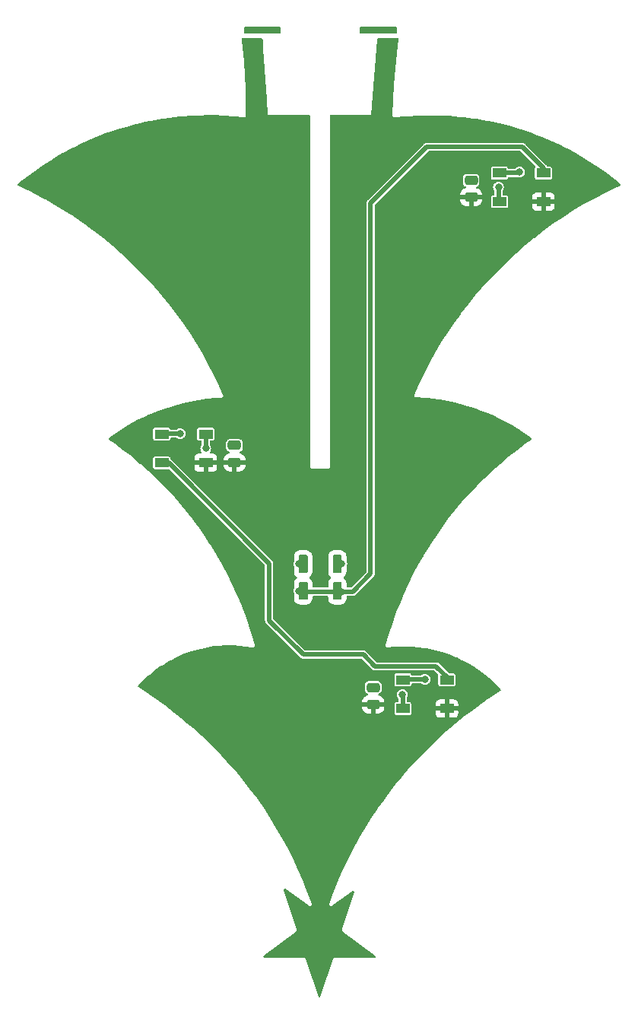
<source format=gtl>
%TF.GenerationSoftware,KiCad,Pcbnew,(6.0.7)*%
%TF.CreationDate,2022-11-21T20:11:54+01:00*%
%TF.ProjectId,Arbolito Tronco 2,4172626f-6c69-4746-9f20-54726f6e636f,rev?*%
%TF.SameCoordinates,Original*%
%TF.FileFunction,Copper,L1,Top*%
%TF.FilePolarity,Positive*%
%FSLAX46Y46*%
G04 Gerber Fmt 4.6, Leading zero omitted, Abs format (unit mm)*
G04 Created by KiCad (PCBNEW (6.0.7)) date 2022-11-21 20:11:54*
%MOMM*%
%LPD*%
G01*
G04 APERTURE LIST*
G04 Aperture macros list*
%AMRoundRect*
4,1,4,-2.0000000000000004,-2.9999999999999996,-4.0000000000000009,-4.9999999999999991,-6.0000000000000009,-6.9999999999999991,-8.0000000000000018,-8.9999999999999982,-2.0000000000000004,-2.9999999999999996,0*
1,1,$1,$2,$3*
1,1,$1,$2,$3*
1,1,$1,$2,$3*
1,1,$1,$2,$3*
20,1,$1,$2,$3,$4,$5,180*
20,1,$1,$2,$3,$4,$5,180*
20,1,$1,$2,$3,$4,$5,180*
20,1,$1,$2,$3,$4,$5,180*%
G04 Aperture macros list end*
%TA.AperFunction,SMDPad,CuDef*%
%AMCOMP58*
4,1,3,
0.47499999999999992,-0.25000000000000006,
0.47500000000000003,0.24999999999999994,
-0.47499999999999992,0.25000000000000006,
-0.47500000000000003,-0.24999999999999994,
0*
4,1,19,
0.47499999999999992,-0.50000000000000011,
0.39774575140626306,-0.48776412907378847,
0.32805368692688164,-0.45225424859373692,
0.27274575140626306,-0.39694631307311834,
0.23723587092621157,-0.32725424859373692,
0.22499999999999995,-0.25,
0.23723587092621154,-0.17274575140626319,
0.27274575140626311,-0.10305368692688177,
0.32805368692688164,-0.047745751406263207,
0.39774575140626311,-0.012235870926211666,
0.47499999999999992,-0.000000000000000058168801806562912,
0.552254248593737,-0.012235870926211685,
0.62194631307311821,-0.047745751406263186,
0.67725424859373684,-0.10305368692688177,
0.71276412907378839,-0.17274575140626319,
0.725,-0.25000000000000006,
0.71276412907378839,-0.32725424859373692,
0.67725424859373684,-0.39694631307311828,
0.62194631307311832,-0.45225424859373692,
0.55225424859373673,-0.48776412907378847,
0*
4,1,19,
0.475,-0.000000000000000058168801806562912,
0.39774575140626311,0.012235870926211569,
0.32805368692688169,0.047745751406263096,
0.27274575140626311,0.10305368692688169,
0.23723587092621162,0.17274575140626311,
0.225,0.24999999999999994,
0.2372358709262116,0.32725424859373681,
0.27274575140626317,0.39694631307311817,
0.32805368692688169,0.45225424859373681,
0.39774575140626317,0.48776412907378836,
0.475,0.49999999999999994,
0.55225424859373706,0.48776412907378836,
0.62194631307311821,0.45225424859373681,
0.67725424859373684,0.39694631307311828,
0.71276412907378839,0.32725424859373675,
0.725,0.24999999999999997,
0.71276412907378839,0.17274575140626311,
0.67725424859373684,0.10305368692688169,
0.62194631307311832,0.047745751406263089,
0.55225424859373684,0.01223587092621155,
0*
4,1,19,
-0.475,0.000000000000000058168801806562912,
-0.55225424859373684,0.012235870926211685,
-0.62194631307311821,0.047745751406263214,
-0.67725424859373684,0.1030536869268818,
-0.71276412907378839,0.17274575140626322,
-0.725,0.25000000000000006,
-0.71276412907378839,0.327254248593737,
-0.67725424859373684,0.39694631307311828,
-0.62194631307311832,0.45225424859373692,
-0.55225424859373673,0.48776412907378847,
-0.475,0.50000000000000011,
-0.397745751406263,0.48776412907378847,
-0.32805368692688169,0.45225424859373692,
-0.27274575140626306,0.3969463130731184,
-0.23723587092621157,0.32725424859373692,
-0.22499999999999995,0.25000000000000006,
-0.23723587092621154,0.17274575140626322,
-0.27274575140626311,0.1030536869268818,
-0.32805368692688164,0.047745751406263207,
-0.39774575140626306,0.012235870926211666,
0*
4,1,19,
-0.47500000000000003,-0.49999999999999994,
-0.552254248593737,-0.48776412907378836,
-0.62194631307311821,-0.45225424859373681,
-0.67725424859373684,-0.39694631307311823,
-0.71276412907378839,-0.32725424859373675,
-0.725,-0.24999999999999992,
-0.71276412907378839,-0.17274575140626308,
-0.67725424859373684,-0.10305368692688166,
-0.62194631307311832,-0.047745751406263089,
-0.55225424859373684,-0.01223587092621155,
-0.47500000000000003,0.000000000000000058168801806562925,
-0.39774575140626306,-0.012235870926211569,
-0.32805368692688175,-0.047745751406263068,
-0.27274575140626311,-0.10305368692688166,
-0.23723587092621162,-0.17274575140626308,
-0.225,-0.24999999999999992,
-0.2372358709262116,-0.32725424859373675,
-0.27274575140626317,-0.39694631307311817,
-0.32805368692688169,-0.45225424859373681,
-0.39774575140626311,-0.48776412907378836,
0*
4,1,3,
0.725,-0.25000000000000011,
0.22499999999999995,-0.25,
0.225,0.24999999999999997,
0.725,0.24999999999999989,
0*
4,1,3,
0.47500000000000003,0.49999999999999994,
0.475,-0.000000000000000058168801806562912,
-0.475,0.000000000000000058168801806562912,
-0.47499999999999992,0.50000000000000011,
0*
4,1,3,
-0.725,0.25000000000000011,
-0.22499999999999995,0.25,
-0.225,-0.24999999999999997,
-0.725,-0.24999999999999989,
0*
4,1,3,
-0.47500000000000003,-0.49999999999999994,
-0.475,0.000000000000000058168801806562912,
0.475,-0.000000000000000058168801806562912,
0.47499999999999992,-0.50000000000000011,
0*%
%ADD10COMP58,0.25X-0.475X0.25X-0.475X-0.25X0.475X-0.25X0.475X0.25X0*%
%TD*%
%TA.AperFunction,SMDPad,CuDef*%
%ADD11R,1.5X1*%
%TD*%
%TA.AperFunction,ViaPad*%
%ADD12C,0.8*%
%TD*%
%TA.AperFunction,Conductor*%
%ADD13C,0.5*%
%TD*%
G04 APERTURE END LIST*
D10*
%TO.P,C16,1*%
%TO.N,+5V*%
X0289000000Y-0015000000D02*
X0139950000Y0064400000D03*
%TO.P,C16,2*%
%TO.N,GND*%
X0139950000Y0066300000D03*
%TD*%
D11*
%TO.P,U5,1,VDD*%
%TO.N,+5V*%
X0163600000Y0037000000D03*
%TO.P,U5,2,DIN*%
%TO.N,Net-(U4-Pad4)*%
X0163600000Y0040200000D03*
%TO.P,U5,3,VSS*%
%TO.N,GND*%
X0158700000Y0040200000D03*
%TO.P,U5,4,DOUT*%
%TO.N,Net-(U5-Pad4)*%
X0158700000Y0037000000D03*
%TD*%
D10*
%TO.P,C12,1*%
%TO.N,+5V*%
X0155400000Y0037450000D03*
%TO.P,C12,2*%
%TO.N,GND*%
X0155400000Y0039350000D03*
%TD*%
D11*
%TO.P,U1,1,VDD*%
%TO.N,+5V*%
X0174350000Y0093400000D03*
%TO.P,U1,2,DIN*%
%TO.N,/DIN*%
X0174350000Y0096600000D03*
%TO.P,U1,3,VSS*%
%TO.N,GND*%
X0169450000Y0096600000D03*
%TO.P,U1,4,DOUT*%
%TO.N,Net-(U1-Pad4)*%
X0169450000Y0093400000D03*
%TD*%
D10*
%TO.P,C14,1*%
%TO.N,+5V*%
X0166300000Y0093900000D03*
%TO.P,C14,2*%
%TO.N,GND*%
X0166300000Y0095800000D03*
%TD*%
D11*
%TO.P,U4,1,VDD*%
%TO.N,+5V*%
X0136750000Y0064350000D03*
%TO.P,U4,2,DIN*%
%TO.N,Net-(U3-Pad4)*%
X0136750000Y0067550000D03*
%TO.P,U4,3,VSS*%
%TO.N,GND*%
X0131850000Y0067550000D03*
%TO.P,U4,4,DOUT*%
%TO.N,Net-(U4-Pad4)*%
X0131850000Y0064350000D03*
%TD*%
D12*
%TO.N,+5V*%
X0166300000Y0093900000D03*
X0139950000Y0064400000D03*
X0151900000Y0047100000D03*
X0161050000Y0036900000D03*
X0171750000Y0093450000D03*
X0147100000Y0047100000D03*
X0155400000Y0037450000D03*
X0133949999Y0064350000D03*
%TO.N,GND*%
X0133900000Y0067600000D03*
X0166300000Y0095850000D03*
X0151900000Y0053100000D03*
X0147100000Y0053100000D03*
X0171700000Y0096700000D03*
X0155400000Y0039350000D03*
X0161150000Y0040250000D03*
X0140000000Y0066350000D03*
%TO.N,/DIN*%
X0147100000Y0050100000D03*
X0151900000Y0050000000D03*
%TO.N,Net-(U1-Pad4)*%
X0169350000Y0095050000D03*
%TO.N,Net-(U3-Pad4)*%
X0136750000Y0065950000D03*
%TO.N,Net-(U5-Pad4)*%
X0158650000Y0038550000D03*
%TD*%
D13*
%TO.N,+5V*%
X0171750000Y0093450000D02*
X0174300000Y0093450000D01*
X0133949999Y0064350000D02*
X0136750000Y0064350000D01*
X0174300000Y0093450000D02*
X0174350000Y0093400000D01*
%TO.N,GND*%
X0158750000Y0040250000D02*
X0158700000Y0040200000D01*
X0171600000Y0096600000D02*
X0171700000Y0096700000D01*
X0161150000Y0040250000D02*
X0158750000Y0040250000D01*
X0131900000Y0067600000D02*
X0131850000Y0067550000D01*
X0169450000Y0096600000D02*
X0171600000Y0096600000D01*
X0133900000Y0067600000D02*
X0131900000Y0067600000D01*
%TO.N,/DIN*%
X0155100000Y0093250000D02*
X0155100000Y0052000000D01*
X0155100000Y0052000000D02*
X0153100000Y0050000000D01*
X0153100000Y0050000000D02*
X0151900000Y0050000000D01*
X0174350000Y0096600000D02*
X0174350000Y0097150000D01*
X0174350000Y0097150000D02*
X0172000000Y0099500000D01*
X0151900000Y0050000000D02*
X0147200000Y0050000000D01*
X0172000000Y0099500000D02*
X0161350000Y0099500000D01*
X0147200000Y0050000000D02*
X0147100000Y0050100000D01*
X0161350000Y0099500000D02*
X0155100000Y0093250000D01*
%TO.N,Net-(U1-Pad4)*%
X0169350000Y0095050000D02*
X0169350000Y0093500000D01*
X0169350000Y0093500000D02*
X0169450000Y0093400000D01*
X0169400000Y0093350000D02*
X0169450000Y0093400000D01*
%TO.N,Net-(U3-Pad4)*%
X0136750000Y0065950000D02*
X0136750000Y0067550000D01*
%TO.N,Net-(U4-Pad4)*%
X0163600000Y0040500000D02*
X0163600000Y0040200000D01*
X0147600000Y0043000000D02*
X0154300000Y0043000000D01*
X0155600000Y0041700000D02*
X0162400000Y0041700000D01*
X0132600000Y0064350000D02*
X0143800000Y0053150000D01*
X0143800000Y0053150000D02*
X0143800000Y0046800000D01*
X0154300000Y0043000000D02*
X0155600000Y0041700000D01*
X0143800000Y0046800000D02*
X0147600000Y0043000000D01*
X0162400000Y0041700000D02*
X0163600000Y0040500000D01*
X0131850000Y0064350000D02*
X0132600000Y0064350000D01*
%TO.N,Net-(U5-Pad4)*%
X0158700000Y0037000000D02*
X0158700000Y0038500000D01*
X0158700000Y0038500000D02*
X0158650000Y0038550000D01*
%TD*%
%TA.AperFunction,Conductor*%
%TO.N,/DIN*%
G36*
X0150957879Y0049120002D02*
G01*
X0150911386Y0049173658D01*
X0150900000Y0049226000D01*
X0150900000Y0050974000D01*
X0150920002Y0051042121D01*
X0150973658Y0051088614D01*
X0151026000Y0051100000D01*
X0151774000Y0051100000D01*
X0151842121Y0051079998D01*
X0151888614Y0051026342D01*
X0151900000Y0050974000D01*
X0151900000Y0049226000D01*
X0151879998Y0049157879D01*
X0151826342Y0049111386D01*
X0151774000Y0049100000D01*
X0151026000Y0049100000D01*
X0150957879Y0049120002D01*
G37*
%TD.AperFunction*%
%TD*%
%TA.AperFunction,Conductor*%
%TO.N,/DIN*%
G36*
X0147157879Y0049120002D02*
G01*
X0147111386Y0049173658D01*
X0147100000Y0049226000D01*
X0147100000Y0050974000D01*
X0147120002Y0051042121D01*
X0147173658Y0051088614D01*
X0147226000Y0051100000D01*
X0147974000Y0051100000D01*
X0148042121Y0051079998D01*
X0148088614Y0051026342D01*
X0148100000Y0050974000D01*
X0148100000Y0049226000D01*
X0148079998Y0049157879D01*
X0148026342Y0049111386D01*
X0147974000Y0049100000D01*
X0147226000Y0049100000D01*
X0147157879Y0049120002D01*
G37*
%TD.AperFunction*%
%TD*%
%TA.AperFunction,Conductor*%
%TO.N,+5V*%
G36*
X0150900000Y0048100000D02*
G01*
X0151900000Y0048100000D01*
X0151900000Y0046100000D01*
X0150900000Y0046100000D01*
X0150900000Y0048100000D01*
G37*
%TD.AperFunction*%
%TD*%
%TA.AperFunction,Conductor*%
%TO.N,+5V*%
G36*
X0147100000Y0048100000D02*
G01*
X0148100000Y0048100000D01*
X0148100000Y0046100000D01*
X0147100000Y0046100000D01*
X0147100000Y0048100000D01*
G37*
%TD.AperFunction*%
%TD*%
%TA.AperFunction,Conductor*%
%TO.N,GND*%
G36*
X0150957879Y0052120002D02*
G01*
X0150911386Y0052173658D01*
X0150900000Y0052226000D01*
X0150900000Y0053974000D01*
X0150920002Y0054042121D01*
X0150973658Y0054088614D01*
X0151026000Y0054100000D01*
X0151774000Y0054100000D01*
X0151842121Y0054079998D01*
X0151888614Y0054026342D01*
X0151900000Y0053974000D01*
X0151900000Y0052226000D01*
X0151879998Y0052157879D01*
X0151826342Y0052111386D01*
X0151774000Y0052100000D01*
X0151026000Y0052100000D01*
X0150957879Y0052120002D01*
G37*
%TD.AperFunction*%
%TD*%
%TA.AperFunction,NonConductor*%
G36*
X0141057879Y0112120002D02*
G01*
X0141011386Y0112173658D01*
X0141000000Y0112226000D01*
X0141000000Y0112765500D01*
X0141020002Y0112833621D01*
X0141073658Y0112880114D01*
X0141126000Y0112891500D01*
X0144974000Y0112891500D01*
X0145042121Y0112871498D01*
X0145088614Y0112817842D01*
X0145100000Y0112765500D01*
X0145100000Y0112226000D01*
X0145079998Y0112157879D01*
X0145026342Y0112111386D01*
X0144974000Y0112100000D01*
X0141126000Y0112100000D01*
X0141057879Y0112120002D01*
G37*
%TD.AperFunction*%
%TA.AperFunction,Conductor*%
%TO.N,GND*%
G36*
X0147157879Y0052120002D02*
G01*
X0147111386Y0052173658D01*
X0147100000Y0052226000D01*
X0147100000Y0053974000D01*
X0147120002Y0054042121D01*
X0147173658Y0054088614D01*
X0147226000Y0054100000D01*
X0147974000Y0054100000D01*
X0148042121Y0054079998D01*
X0148088614Y0054026342D01*
X0148100000Y0053974000D01*
X0148100000Y0052226000D01*
X0148079998Y0052157879D01*
X0148026342Y0052111386D01*
X0147974000Y0052100000D01*
X0147226000Y0052100000D01*
X0147157879Y0052120002D01*
G37*
%TD.AperFunction*%
%TD*%
%TA.AperFunction,NonConductor*%
G36*
X0153957879Y0112120002D02*
G01*
X0153911386Y0112173658D01*
X0153900000Y0112226000D01*
X0153900000Y0112765500D01*
X0153920002Y0112833621D01*
X0153973658Y0112880114D01*
X0154026000Y0112891500D01*
X0157874000Y0112891500D01*
X0157942121Y0112871498D01*
X0157988614Y0112817842D01*
X0158000000Y0112765500D01*
X0158000000Y0112226000D01*
X0157979998Y0112157879D01*
X0157926342Y0112111386D01*
X0157874000Y0112100000D01*
X0154026000Y0112100000D01*
X0153957879Y0112120002D01*
G37*
%TD.AperFunction*%
%TA.AperFunction,Conductor*%
%TO.N,+5V*%
G36*
X0149343549Y0004869837D02*
G01*
X0149291609Y0004918239D01*
X0149280466Y0004942639D01*
X0147901661Y0009079054D01*
X0147900840Y0009082044D01*
X0147900958Y0009093704D01*
X0147889614Y0009117899D01*
X0147886932Y0009124613D01*
X0147885301Y0009128133D01*
X0147883063Y0009134847D01*
X0147879386Y0009140898D01*
X0147878571Y0009142657D01*
X0147874078Y0009151037D01*
X0147868152Y0009163676D01*
X0147862126Y0009176528D01*
X0147853429Y0009183616D01*
X0147847600Y0009193209D01*
X0147835702Y0009200940D01*
X0147835699Y0009200943D01*
X0147823986Y0009208554D01*
X0147813036Y0009216538D01*
X0147802220Y0009225353D01*
X0147802217Y0009225354D01*
X0147791218Y0009234319D01*
X0147780306Y0009236935D01*
X0147770895Y0009243050D01*
X0147756827Y0009244856D01*
X0147756821Y0009244858D01*
X0147742968Y0009246636D01*
X0147733366Y0009248397D01*
X0147731570Y0009248618D01*
X0147724636Y0009250280D01*
X0147717510Y0009250346D01*
X0147713407Y0009250850D01*
X0147706378Y0009251332D01*
X0147697308Y0009252496D01*
X0147694240Y0009252890D01*
X0147694239Y0009252890D01*
X0147680164Y0009254697D01*
X0147668955Y0009250971D01*
X0147665631Y0009250826D01*
X0143281315Y0009291422D01*
X0143213383Y0009312054D01*
X0143167389Y0009366138D01*
X0143157936Y0009436503D01*
X0143188026Y0009500808D01*
X0143207819Y0009518913D01*
X0146739627Y0012117025D01*
X0146742412Y0012118855D01*
X0146753681Y0012122392D01*
X0146764037Y0012132091D01*
X0146764036Y0012132091D01*
X0146772968Y0012140457D01*
X0146778122Y0012144740D01*
X0146781314Y0012147692D01*
X0146787017Y0012151887D01*
X0146791644Y0012157245D01*
X0146792833Y0012158345D01*
X0146799691Y0012165485D01*
X0146820446Y0012184924D01*
X0146824434Y0012195218D01*
X0146831650Y0012203575D01*
X0146837913Y0012226770D01*
X0146839065Y0012231036D01*
X0146843213Y0012243697D01*
X0146853489Y0012270223D01*
X0146852618Y0012281229D01*
X0146855496Y0012291887D01*
X0146852313Y0012308910D01*
X0146850270Y0012319838D01*
X0146848933Y0012329914D01*
X0146848651Y0012331366D01*
X0146848088Y0012338478D01*
X0146845947Y0012345279D01*
X0146845075Y0012349767D01*
X0146843489Y0012356111D01*
X0146838685Y0012381805D01*
X0146831609Y0012391441D01*
X0146830361Y0012394788D01*
X0145441225Y0016807335D01*
X0145439848Y0016878318D01*
X0145477066Y0016938777D01*
X0145541063Y0016969517D01*
X0145611520Y0016960778D01*
X0145636051Y0016946683D01*
X0148200480Y0015061074D01*
X0148198185Y0015057953D01*
X0148204430Y0015054489D01*
X0148204523Y0015054636D01*
X0148233277Y0015036547D01*
X0148240809Y0015031420D01*
X0148249436Y0015025077D01*
X0148255700Y0015022357D01*
X0148258823Y0015020477D01*
X0148269937Y0015013486D01*
X0148269938Y0015013486D01*
X0148281952Y0015005928D01*
X0148296052Y0015004328D01*
X0148297533Y0015003809D01*
X0148299065Y0015003522D01*
X0148312075Y0014997871D01*
X0148326251Y0014998421D01*
X0148326253Y0014998421D01*
X0148332976Y0014998682D01*
X0148352062Y0014997974D01*
X0148358745Y0014997216D01*
X0148358747Y0014997216D01*
X0148372845Y0014995617D01*
X0148386239Y0015000288D01*
X0148387795Y0015000462D01*
X0148389307Y0015000869D01*
X0148403481Y0015001420D01*
X0148421963Y0015011215D01*
X0148439462Y0015018851D01*
X0148444123Y0015020477D01*
X0148459218Y0015025742D01*
X0148469263Y0015035762D01*
X0148470581Y0015036588D01*
X0148471768Y0015037612D01*
X0148484306Y0015044257D01*
X0148492722Y0015055682D01*
X0148496706Y0015061090D01*
X0148509168Y0015075567D01*
X0148523982Y0015090344D01*
X0148528688Y0015103728D01*
X0148529518Y0015105045D01*
X0148530144Y0015106482D01*
X0148538560Y0015117907D01*
X0148541189Y0015131850D01*
X0148541190Y0015131853D01*
X0148542435Y0015138456D01*
X0148547387Y0015156906D01*
X0148549617Y0015163249D01*
X0148549617Y0015163252D01*
X0148554325Y0015176640D01*
X0148552760Y0015190748D01*
X0148552938Y0015192303D01*
X0148552879Y0015193858D01*
X0148555508Y0015207799D01*
X0148551831Y0015221499D01*
X0148551831Y0015221503D01*
X0148550086Y0015228005D01*
X0148546548Y0015246774D01*
X0148544243Y0015267558D01*
X0148544006Y0015268236D01*
X0148542873Y0015270033D01*
X0148542834Y0015270140D01*
X0148542823Y0015270187D01*
X0148542778Y0015270292D01*
X0148542236Y0015271766D01*
X0148085344Y0016514055D01*
X0148085022Y0016514860D01*
X0147912111Y0016946683D01*
X0147591853Y0017746486D01*
X0147591509Y0017747278D01*
X0147591504Y0017747291D01*
X0147063876Y0018963551D01*
X0147063514Y0018964385D01*
X0146500753Y0020166766D01*
X0145904027Y0021352657D01*
X0145273817Y0022521099D01*
X0144610634Y0023671146D01*
X0143915014Y0024801868D01*
X0143187520Y0025912351D01*
X0142428739Y0027001696D01*
X0141639287Y0028069022D01*
X0141638729Y0028069733D01*
X0140820365Y0029112748D01*
X0140820343Y0029112775D01*
X0140819801Y0029113466D01*
X0139970945Y0030134182D01*
X0139093404Y0031130346D01*
X0139092807Y0031130986D01*
X0138449836Y0031820318D01*
X0138187890Y0032101152D01*
X0138187316Y0032101734D01*
X0138187300Y0032101750D01*
X0137547820Y0032749392D01*
X0137255134Y0033045814D01*
X0136295890Y0033963567D01*
X0135310935Y0034853671D01*
X0135310259Y0034854247D01*
X0135310252Y0034854254D01*
X0134698073Y0035376633D01*
X0134301066Y0035715404D01*
X0133267099Y0036548070D01*
X0133266357Y0036548633D01*
X0133266349Y0036548639D01*
X0132210576Y0037350460D01*
X0132210557Y0037350474D01*
X0132209871Y0037350995D01*
X0132209179Y0037351491D01*
X0132209167Y0037351499D01*
X0131132768Y0038121718D01*
X0131130237Y0038123529D01*
X0130029069Y0038865049D01*
X0129239522Y0039364690D01*
X0129192657Y0039418018D01*
X0129182062Y0039488220D01*
X0129213837Y0039556101D01*
X0129435476Y0039798941D01*
X0129440033Y0039803679D01*
X0129948628Y0040305640D01*
X0129953416Y0040310125D01*
X0130217880Y0040545211D01*
X0130487488Y0040784868D01*
X0130492513Y0040789105D01*
X0131050605Y0041235339D01*
X0131055846Y0041239309D01*
X0131636450Y0041655827D01*
X0131641888Y0041659518D01*
X0132006150Y0041893063D01*
X0132231378Y0042037466D01*
X0132243427Y0042045191D01*
X0132249045Y0042048590D01*
X0132794964Y0042359676D01*
X0132869897Y0042402375D01*
X0132875685Y0042405476D01*
X0133514137Y0042726397D01*
X0133520076Y0042729191D01*
X0134174394Y0043016376D01*
X0134180479Y0043018860D01*
X0134848873Y0043271525D01*
X0134855080Y0043273688D01*
X0135535737Y0043491148D01*
X0135542049Y0043492985D01*
X0136233133Y0043674655D01*
X0136239532Y0043676160D01*
X0136939152Y0043821540D01*
X0136945621Y0043822709D01*
X0137651865Y0043931403D01*
X0137658386Y0043932233D01*
X0137874886Y0043954071D01*
X0138369342Y0044003946D01*
X0138375879Y0044004433D01*
X0138647797Y0044017591D01*
X0139089622Y0044038971D01*
X0139096194Y0044039117D01*
X0139432428Y0044037831D01*
X0139810766Y0044036383D01*
X0139817303Y0044036188D01*
X0140530753Y0043996190D01*
X0140537304Y0043995651D01*
X0141247685Y0043918500D01*
X0141254199Y0043917620D01*
X0141840991Y0043822709D01*
X0141926769Y0043808835D01*
X0141936663Y0043805921D01*
X0141948530Y0043803661D01*
X0141961525Y0043797975D01*
X0141975701Y0043798487D01*
X0141980377Y0043797596D01*
X0141989160Y0043796937D01*
X0141993916Y0043797119D01*
X0142007865Y0043794494D01*
X0142021571Y0043798177D01*
X0142027257Y0043798395D01*
X0142033255Y0043799297D01*
X0142038759Y0043800763D01*
X0142052941Y0043801275D01*
X0142065499Y0043807887D01*
X0142070109Y0043809115D01*
X0142078293Y0043812323D01*
X0142082504Y0043814552D01*
X0142096207Y0043818234D01*
X0142106958Y0043827495D01*
X0142111976Y0043830151D01*
X0142117012Y0043833580D01*
X0142121327Y0043837281D01*
X0142133883Y0043843892D01*
X0142142331Y0043855296D01*
X0142145948Y0043858398D01*
X0142151935Y0043864842D01*
X0142154762Y0043868675D01*
X0142165514Y0043877937D01*
X0142171185Y0043890944D01*
X0142174564Y0043895526D01*
X0142177603Y0043900780D01*
X0142179890Y0043905994D01*
X0142188336Y0043917394D01*
X0142191003Y0043931332D01*
X0142192915Y0043935690D01*
X0142195518Y0043944101D01*
X0142196403Y0043948781D01*
X0142202074Y0043961788D01*
X0142201544Y0043975967D01*
X0142202601Y0043981557D01*
X0142203062Y0043987623D01*
X0142202862Y0043993303D01*
X0142205529Y0044007240D01*
X0142201889Y0044020954D01*
X0142201721Y0044025712D01*
X0142199005Y0044043874D01*
X0142198656Y0044053200D01*
X0142198469Y0044053893D01*
X0142197195Y0044056284D01*
X0142196611Y0044057999D01*
X0141863154Y0045217494D01*
X0141862863Y0045218403D01*
X0141535391Y0046241432D01*
X0141493984Y0046370790D01*
X0141090657Y0047512589D01*
X0140653531Y0048641881D01*
X0140653183Y0048642706D01*
X0140653173Y0048642731D01*
X0140408614Y0049222649D01*
X0140182992Y0049757664D01*
X0139679458Y0050858950D01*
X0139679039Y0050859800D01*
X0139679026Y0050859826D01*
X0139143787Y0051943931D01*
X0139143375Y0051944765D01*
X0138575217Y0053014145D01*
X0138574781Y0053014909D01*
X0138574771Y0053014928D01*
X0137975956Y0054065322D01*
X0137975487Y0054066145D01*
X0137344717Y0055099831D01*
X0137344216Y0055100600D01*
X0137344200Y0055100625D01*
X0137067940Y0055524448D01*
X0136683466Y0056114289D01*
X0135992319Y0057108621D01*
X0135991786Y0057109341D01*
X0135991766Y0057109369D01*
X0135454028Y0057835868D01*
X0135271888Y0058081944D01*
X0135271321Y0058082664D01*
X0135271299Y0058082693D01*
X0134523407Y0059032642D01*
X0134523388Y0059032666D01*
X0134522812Y0059033397D01*
X0133745754Y0059962138D01*
X0132941402Y0060867343D01*
X0132110469Y0061748212D01*
X0131253691Y0062603963D01*
X0130371827Y0063433838D01*
X0129465657Y0064237104D01*
X0129464958Y0064237687D01*
X0129464955Y0064237690D01*
X0128536690Y0065012459D01*
X0128536673Y0065012472D01*
X0128535985Y0065013047D01*
X0127583633Y0065760981D01*
X0127582866Y0065761548D01*
X0126610217Y0066479676D01*
X0126610195Y0066479692D01*
X0126609446Y0066480244D01*
X0126608669Y0066480783D01*
X0126608657Y0066480792D01*
X0125989695Y0066909924D01*
X0125945109Y0066965175D01*
X0125937472Y0067035760D01*
X0125969208Y0067099268D01*
X0125985807Y0067114214D01*
X0126319002Y0067364509D01*
X0126322958Y0067367364D01*
X0127036210Y0067861133D01*
X0127040218Y0067863794D01*
X0127772063Y0068329569D01*
X0127776198Y0068332089D01*
X0128089566Y0068514874D01*
X0128525492Y0068769144D01*
X0128529755Y0068771521D01*
X0129295390Y0069179215D01*
X0129299742Y0069181426D01*
X0130080623Y0069559173D01*
X0130085057Y0069561213D01*
X0130145305Y0069587529D01*
X0130879979Y0069908430D01*
X0130884464Y0069910287D01*
X0131692281Y0070226471D01*
X0131696823Y0070228147D01*
X0132516248Y0070512795D01*
X0132520857Y0070514297D01*
X0133350665Y0070766984D01*
X0133355356Y0070768314D01*
X0133995984Y0070936577D01*
X0134194371Y0070988684D01*
X0134199117Y0070989832D01*
X0135045981Y0071177527D01*
X0135050766Y0071178491D01*
X0135904331Y0071333257D01*
X0135909105Y0071334026D01*
X0136767988Y0071455610D01*
X0136772792Y0071456196D01*
X0137165187Y0071496313D01*
X0137635773Y0071544425D01*
X0137640637Y0071544827D01*
X0138472189Y0071597404D01*
X0138484513Y0071596669D01*
X0138494687Y0071597097D01*
X0138508640Y0071594525D01*
X0138521575Y0071598053D01*
X0138522531Y0071598052D01*
X0138523463Y0071598264D01*
X0138536856Y0071597673D01*
X0138549899Y0071603256D01*
X0138549898Y0071603256D01*
X0138558138Y0071606783D01*
X0138574563Y0071612507D01*
X0138583200Y0071614863D01*
X0138583204Y0071614865D01*
X0138596892Y0071618599D01*
X0138607016Y0071627387D01*
X0138607877Y0071627800D01*
X0138608624Y0071628394D01*
X0138620952Y0071633671D01*
X0138634559Y0071649255D01*
X0138636178Y0071651109D01*
X0138648495Y0071663390D01*
X0138665973Y0071678561D01*
X0138671285Y0071690872D01*
X0138671882Y0071691618D01*
X0138672297Y0071692476D01*
X0138681117Y0071702577D01*
X0138684890Y0071716253D01*
X0138684892Y0071716256D01*
X0138687277Y0071724900D01*
X0138693050Y0071741307D01*
X0138696595Y0071749521D01*
X0138696595Y0071749523D01*
X0138702217Y0071762550D01*
X0138701665Y0071775949D01*
X0138701879Y0071776878D01*
X0138701881Y0071777829D01*
X0138705448Y0071790757D01*
X0138701370Y0071813256D01*
X0138701319Y0071813535D01*
X0138699406Y0071830822D01*
X0138698454Y0071853949D01*
X0138692148Y0071865781D01*
X0138690647Y0071872418D01*
X0138690576Y0071872809D01*
X0138689133Y0071880766D01*
X0138688850Y0071881426D01*
X0138687678Y0071883029D01*
X0138155305Y0073070476D01*
X0137588149Y0074243860D01*
X0136987474Y0075400443D01*
X0136353776Y0076539267D01*
X0135687579Y0077659391D01*
X0134989434Y0078759886D01*
X0134988961Y0078760586D01*
X0134988952Y0078760600D01*
X0134416577Y0079607933D01*
X0134259921Y0079839843D01*
X0133499642Y0080898366D01*
X0132709228Y0081934580D01*
X0132708677Y0081935261D01*
X0132708668Y0081935271D01*
X0131889900Y0082946924D01*
X0131889331Y0082947627D01*
X0131888770Y0082948280D01*
X0131888744Y0082948312D01*
X0131218081Y0083729876D01*
X0131040630Y0083936669D01*
X0130163830Y0084900887D01*
X0130163202Y0084901540D01*
X0130163200Y0084901541D01*
X0129534821Y0085553840D01*
X0129259655Y0085839482D01*
X0128328853Y0086751679D01*
X0128328189Y0086752293D01*
X0128328183Y0086752299D01*
X0128264256Y0086811439D01*
X0127372195Y0087636721D01*
X0127371519Y0087637311D01*
X0127371497Y0087637331D01*
X0127305709Y0087694771D01*
X0126390471Y0088493877D01*
X0125384498Y0089322437D01*
X0124355105Y0090121715D01*
X0124354408Y0090122225D01*
X0124354405Y0090122227D01*
X0123755585Y0090560164D01*
X0123303145Y0090891049D01*
X0122229489Y0091629803D01*
X0122228727Y0091630295D01*
X0122228713Y0091630305D01*
X0121852994Y0091873204D01*
X0121135025Y0092337365D01*
X0120020659Y0093013149D01*
X0119586717Y0093259517D01*
X0118891888Y0093654000D01*
X0118887315Y0093656597D01*
X0118886511Y0093657024D01*
X0118886507Y0093657025D01*
X0118866663Y0093667548D01*
X0117735929Y0094267175D01*
X0117735132Y0094267569D01*
X0117735108Y0094267581D01*
X0117307609Y0094478757D01*
X0116567455Y0094844379D01*
X0116062474Y0095076004D01*
X0115860175Y0095168795D01*
X0115806596Y0095215376D01*
X0115786706Y0095283530D01*
X0115806821Y0095351618D01*
X0115832368Y0095380388D01*
X0116275265Y0095746955D01*
X0116278518Y0095749558D01*
X0117144416Y0096419257D01*
X0117147752Y0096421750D01*
X0118035305Y0097062456D01*
X0118038722Y0097064838D01*
X0118126898Y0097124158D01*
X0118946993Y0097675875D01*
X0118950439Y0097678113D01*
X0119492414Y0098017255D01*
X0119878443Y0098258814D01*
X0119882001Y0098260959D01*
X0120399359Y0098561371D01*
X0120828622Y0098810629D01*
X0120832258Y0098812661D01*
X0121796550Y0099330752D01*
X0121800249Y0099332661D01*
X0122203357Y0099532362D01*
X0122781140Y0099818598D01*
X0122784901Y0099820385D01*
X0123781317Y0100273632D01*
X0123785136Y0100275294D01*
X0124795999Y0100695364D01*
X0124799865Y0100696896D01*
X0125824048Y0101083319D01*
X0125827943Y0101084715D01*
X0126864386Y0101437091D01*
X0126868308Y0101438352D01*
X0127915814Y0101756271D01*
X0127919761Y0101757399D01*
X0128977224Y0102040526D01*
X0128981224Y0102041527D01*
X0129415322Y0102142503D01*
X0130047459Y0102289545D01*
X0130051531Y0102290421D01*
X0131125306Y0102503046D01*
X0131129405Y0102503788D01*
X0131873394Y0102625707D01*
X0132209692Y0102680817D01*
X0132213797Y0102681420D01*
X0132524498Y0102721841D01*
X0133299298Y0102822638D01*
X0133303437Y0102823107D01*
X0133728926Y0102864213D01*
X0134393045Y0102928372D01*
X0134397142Y0102928700D01*
X0134922507Y0102961974D01*
X0135489623Y0102997892D01*
X0135493784Y0102998087D01*
X0136459171Y0103027242D01*
X0136587986Y0103031132D01*
X0136592144Y0103031188D01*
X0137203811Y0103029433D01*
X0137686748Y0103028047D01*
X0137690912Y0103027967D01*
X0138784902Y0102988645D01*
X0138789062Y0102988426D01*
X0139881073Y0102912971D01*
X0139885223Y0102912616D01*
X0140939939Y0102804610D01*
X0140945785Y0102803282D01*
X0140952845Y0102799823D01*
X0140964420Y0102799741D01*
X0140975315Y0102795831D01*
X0140989425Y0102797303D01*
X0140989426Y0102797303D01*
X0141002760Y0102798694D01*
X0141016724Y0102799371D01*
X0141030132Y0102799276D01*
X0141030134Y0102799276D01*
X0141044319Y0102799176D01*
X0141054785Y0102804122D01*
X0141066296Y0102805323D01*
X0141078376Y0102812771D01*
X0141089781Y0102819803D01*
X0141102072Y0102826470D01*
X0141113185Y0102831722D01*
X0141127024Y0102838262D01*
X0141134309Y0102847257D01*
X0141144161Y0102853331D01*
X0141159047Y0102876569D01*
X0141167231Y0102887905D01*
X0141171832Y0102893586D01*
X0141184597Y0102909346D01*
X0141187261Y0102920609D01*
X0141193505Y0102930356D01*
X0141196841Y0102957747D01*
X0141199300Y0102971514D01*
X0141204004Y0102991404D01*
X0141204005Y0102991408D01*
X0141205650Y0102998366D01*
X0141205654Y0102999084D01*
X0141204652Y0103003567D01*
X0141204643Y0103003727D01*
X0141204505Y0103004225D01*
X0141204279Y0103005236D01*
X0141204232Y0103013293D01*
X0141204204Y0103018202D01*
X0141205285Y0103018208D01*
X0141206024Y0103022306D01*
X0141204180Y0103022295D01*
X0141201977Y0103403181D01*
X0141195672Y0104493573D01*
X0141156434Y0105987566D01*
X0141156403Y0105988237D01*
X0141156401Y0105988281D01*
X0141087697Y0107457393D01*
X0141086619Y0107480443D01*
X0140986255Y0108971577D01*
X0140986198Y0108972223D01*
X0140899277Y0109961020D01*
X0140855384Y0110460345D01*
X0140855322Y0110460912D01*
X0140855319Y0110460947D01*
X0140742894Y0111496368D01*
X0140755426Y0111566250D01*
X0140803750Y0111618263D01*
X0140872522Y0111635893D01*
X0140911190Y0111628225D01*
X0140913210Y0111627302D01*
X0140943994Y0111618263D01*
X0140977008Y0111608569D01*
X0140977012Y0111608568D01*
X0140981331Y0111607300D01*
X0140985780Y0111606660D01*
X0140985786Y0111606659D01*
X0141121553Y0111587139D01*
X0141121558Y0111587139D01*
X0141126000Y0111586500D01*
X0142976294Y0111586500D01*
X0143044415Y0111566498D01*
X0143090908Y0111512842D01*
X0143102037Y0111468545D01*
X0143166539Y0110460345D01*
X0143533061Y0104731496D01*
X0143638843Y0103078081D01*
X0143638843Y0103078080D01*
X0143640000Y0103060000D01*
X0148273004Y0103078290D01*
X0148341202Y0103058557D01*
X0148387906Y0103005085D01*
X0148399500Y0102952291D01*
X0148399500Y0064697095D01*
X0141182999Y0064697095D01*
X0141182662Y0064703614D01*
X0141172743Y0064799206D01*
X0141169851Y0064812600D01*
X0141118412Y0064966784D01*
X0141112239Y0064979962D01*
X0141026937Y0065117807D01*
X0141017901Y0065129208D01*
X0140903171Y0065243739D01*
X0140891760Y0065252751D01*
X0140753757Y0065337816D01*
X0140740576Y0065343963D01*
X0140593908Y0065392611D01*
X0140535549Y0065433042D01*
X0140508312Y0065498606D01*
X0140520846Y0065568488D01*
X0140569170Y0065620500D01*
X0140591829Y0065631087D01*
X0140638184Y0065647366D01*
X0140645754Y0065652958D01*
X0140645757Y0065652959D01*
X0140730206Y0065715335D01*
X0140747150Y0065727850D01*
X0140752742Y0065735421D01*
X0140822041Y0065829243D01*
X0140822042Y0065829246D01*
X0140827634Y0065836816D01*
X0140872519Y0065964631D01*
X0140875500Y0065996166D01*
X0140875500Y0066603834D01*
X0140872519Y0066635369D01*
X0140827634Y0066763184D01*
X0140822042Y0066770754D01*
X0140822041Y0066770757D01*
X0140773575Y0066836374D01*
X0140747150Y0066872150D01*
X0140739579Y0066877742D01*
X0140645757Y0066947041D01*
X0140645754Y0066947042D01*
X0140638184Y0066952634D01*
X0140510369Y0066997519D01*
X0140502723Y0066998242D01*
X0140502722Y0066998242D01*
X0140496752Y0066998806D01*
X0140478834Y0067000500D01*
X0139421166Y0067000500D01*
X0139403248Y0066998806D01*
X0139397278Y0066998242D01*
X0139397277Y0066998242D01*
X0139389631Y0066997519D01*
X0139261816Y0066952634D01*
X0139254246Y0066947042D01*
X0139254243Y0066947041D01*
X0139160421Y0066877742D01*
X0139152850Y0066872150D01*
X0139126425Y0066836374D01*
X0139077959Y0066770757D01*
X0139077958Y0066770754D01*
X0139072366Y0066763184D01*
X0139027481Y0066635369D01*
X0139024500Y0066603834D01*
X0139024500Y0065996166D01*
X0139027481Y0065964631D01*
X0139072366Y0065836816D01*
X0139077958Y0065829246D01*
X0139077959Y0065829243D01*
X0139147258Y0065735421D01*
X0139152850Y0065727850D01*
X0139169794Y0065715335D01*
X0139254243Y0065652959D01*
X0139254246Y0065652958D01*
X0139261816Y0065647366D01*
X0139307973Y0065631157D01*
X0139365619Y0065589714D01*
X0139391707Y0065523684D01*
X0139377956Y0065454032D01*
X0139328731Y0065402871D01*
X0139306101Y0065392750D01*
X0139158216Y0065343412D01*
X0139145038Y0065337239D01*
X0139007193Y0065251937D01*
X0138995792Y0065242901D01*
X0138881261Y0065128171D01*
X0138872249Y0065116760D01*
X0138787184Y0064978757D01*
X0138781037Y0064965576D01*
X0138757518Y0064894669D01*
X0138007999Y0064894669D01*
X0138007629Y0064901490D01*
X0138002105Y0064952352D01*
X0137998479Y0064967604D01*
X0137953324Y0065088054D01*
X0137944786Y0065103649D01*
X0137868285Y0065205724D01*
X0137855724Y0065218285D01*
X0137753649Y0065294786D01*
X0137738054Y0065303324D01*
X0137617606Y0065348478D01*
X0137602351Y0065352105D01*
X0137551486Y0065357631D01*
X0137544672Y0065358000D01*
X0137308160Y0065358000D01*
X0137240039Y0065378002D01*
X0137193546Y0065431658D01*
X0137183442Y0065501932D01*
X0137208197Y0065560704D01*
X0137274536Y0065647159D01*
X0137335044Y0065793238D01*
X0137355682Y0065950000D01*
X0137335044Y0066106762D01*
X0137274536Y0066252841D01*
X0137269509Y0066259392D01*
X0137226537Y0066315395D01*
X0137200937Y0066381616D01*
X0137200500Y0066392099D01*
X0137200500Y0066723500D01*
X0137220502Y0066791621D01*
X0137274158Y0066838114D01*
X0137326500Y0066849500D01*
X0137519748Y0066849500D01*
X0137525816Y0066850707D01*
X0137566061Y0066858712D01*
X0137566062Y0066858712D01*
X0137578231Y0066861133D01*
X0137644552Y0066905448D01*
X0137688867Y0066971769D01*
X0137691288Y0066983938D01*
X0137691288Y0066983939D01*
X0137696004Y0067007648D01*
X0137700500Y0067030252D01*
X0137700500Y0068069748D01*
X0137688867Y0068128231D01*
X0137644552Y0068194552D01*
X0137578231Y0068238867D01*
X0137566062Y0068241288D01*
X0137566061Y0068241288D01*
X0137525816Y0068249293D01*
X0137519748Y0068250500D01*
X0135980252Y0068250500D01*
X0135974184Y0068249293D01*
X0135933939Y0068241288D01*
X0135933938Y0068241288D01*
X0135921769Y0068238867D01*
X0135855448Y0068194552D01*
X0135811133Y0068128231D01*
X0135799500Y0068069748D01*
X0135799500Y0067600000D01*
X0134505682Y0067600000D01*
X0134485044Y0067756762D01*
X0134424536Y0067902841D01*
X0134328282Y0068028282D01*
X0134202841Y0068124536D01*
X0134056761Y0068185044D01*
X0133900000Y0068205682D01*
X0133891811Y0068204604D01*
X0133867800Y0068201443D01*
X0133743237Y0068185044D01*
X0133597159Y0068124536D01*
X0133534605Y0068076537D01*
X0133468383Y0068050937D01*
X0133457901Y0068050500D01*
X0132902634Y0068050500D01*
X0132834512Y0068070502D01*
X0132789679Y0068124150D01*
X0132788867Y0068128231D01*
X0132744552Y0068194552D01*
X0132678231Y0068238867D01*
X0132666062Y0068241288D01*
X0132666061Y0068241288D01*
X0132625815Y0068249293D01*
X0132619747Y0068250500D01*
X0131080252Y0068250500D01*
X0131074184Y0068249293D01*
X0131033939Y0068241288D01*
X0131033938Y0068241288D01*
X0131021769Y0068238867D01*
X0130955447Y0068194552D01*
X0130911133Y0068128231D01*
X0130899499Y0068069748D01*
X0130899499Y0067030252D01*
X0130903996Y0067007648D01*
X0130908712Y0066983939D01*
X0130908712Y0066983938D01*
X0130911133Y0066971769D01*
X0130955447Y0066905448D01*
X0131021769Y0066861133D01*
X0131033938Y0066858712D01*
X0131033939Y0066858712D01*
X0131074184Y0066850707D01*
X0131080252Y0066849500D01*
X0132619747Y0066849500D01*
X0132625815Y0066850707D01*
X0132666061Y0066858712D01*
X0132666062Y0066858712D01*
X0132678231Y0066861133D01*
X0132744552Y0066905448D01*
X0132788867Y0066971769D01*
X0132791288Y0066983938D01*
X0132791288Y0066983939D01*
X0132796004Y0067007648D01*
X0132800500Y0067030252D01*
X0132800500Y0067035994D01*
X0132827024Y0067101682D01*
X0132884978Y0067142692D01*
X0132925835Y0067149500D01*
X0133457901Y0067149500D01*
X0133526022Y0067129498D01*
X0133534605Y0067123463D01*
X0133566137Y0067099268D01*
X0133597159Y0067075464D01*
X0133743237Y0067014956D01*
X0133900000Y0066994318D01*
X0134056761Y0067014956D01*
X0134202841Y0067075464D01*
X0134328282Y0067171718D01*
X0134424536Y0067297159D01*
X0134485044Y0067443238D01*
X0134505682Y0067600000D01*
X0135799500Y0067600000D01*
X0135799500Y0067030252D01*
X0135803996Y0067007648D01*
X0135808712Y0066983939D01*
X0135808712Y0066983938D01*
X0135811133Y0066971769D01*
X0135855448Y0066905448D01*
X0135921769Y0066861133D01*
X0135933938Y0066858712D01*
X0135933939Y0066858712D01*
X0135974184Y0066850707D01*
X0135980252Y0066849500D01*
X0136173500Y0066849500D01*
X0136241621Y0066829498D01*
X0136288114Y0066775842D01*
X0136299500Y0066723500D01*
X0136299500Y0066392099D01*
X0136279498Y0066323978D01*
X0136273463Y0066315395D01*
X0136230491Y0066259392D01*
X0136225464Y0066252841D01*
X0136164956Y0066106762D01*
X0136144318Y0065950000D01*
X0136164956Y0065793238D01*
X0136225464Y0065647159D01*
X0136291804Y0065560703D01*
X0136317404Y0065494483D01*
X0136303139Y0065424934D01*
X0136253538Y0065374138D01*
X0136191841Y0065357999D01*
X0135955331Y0065357999D01*
X0135948510Y0065357629D01*
X0135897648Y0065352105D01*
X0135882396Y0065348479D01*
X0135761946Y0065303324D01*
X0135746351Y0065294786D01*
X0135644276Y0065218285D01*
X0135631715Y0065205724D01*
X0135555214Y0065103649D01*
X0135546676Y0065088054D01*
X0135501522Y0064967606D01*
X0135497895Y0064952351D01*
X0135492369Y0064901486D01*
X0135492000Y0064894672D01*
X0135492000Y0064622115D01*
X0135496475Y0064606876D01*
X0135497865Y0064605671D01*
X0135505548Y0064604000D01*
X0137989884Y0064604000D01*
X0138005123Y0064608475D01*
X0138006328Y0064609865D01*
X0138007999Y0064617548D01*
X0138007999Y0064894669D01*
X0138757518Y0064894669D01*
X0138729862Y0064811290D01*
X0138726995Y0064797914D01*
X0138717328Y0064703562D01*
X0138717000Y0064697146D01*
X0138717000Y0064672115D01*
X0138721475Y0064656876D01*
X0138722865Y0064655671D01*
X0138730548Y0064654000D01*
X0141164884Y0064654000D01*
X0141180123Y0064658475D01*
X0141181328Y0064659865D01*
X0141182999Y0064667548D01*
X0141182999Y0064697095D01*
X0148399500Y0064697095D01*
X0148399500Y0064127885D01*
X0141183000Y0064127885D01*
X0141178525Y0064143124D01*
X0141177135Y0064144329D01*
X0141169452Y0064146000D01*
X0140222115Y0064146000D01*
X0140206876Y0064141525D01*
X0140205671Y0064140135D01*
X0140204000Y0064132452D01*
X0140204000Y0064127885D01*
X0139696000Y0064127885D01*
X0139691525Y0064143124D01*
X0139690135Y0064144329D01*
X0139682452Y0064146000D01*
X0138735116Y0064146000D01*
X0138719877Y0064141525D01*
X0138718672Y0064140135D01*
X0138717001Y0064132452D01*
X0138717001Y0064102905D01*
X0138717338Y0064096386D01*
X0138719258Y0064077885D01*
X0138008000Y0064077885D01*
X0138003525Y0064093124D01*
X0138002135Y0064094329D01*
X0137994452Y0064096000D01*
X0137022115Y0064096000D01*
X0137006876Y0064091525D01*
X0137005671Y0064090135D01*
X0137004000Y0064082452D01*
X0137004000Y0064077885D01*
X0136496000Y0064077885D01*
X0136491525Y0064093124D01*
X0136490135Y0064094329D01*
X0136482452Y0064096000D01*
X0135510116Y0064096000D01*
X0135494877Y0064091525D01*
X0135493672Y0064090135D01*
X0135492001Y0064082452D01*
X0135492001Y0063805331D01*
X0135492371Y0063798510D01*
X0135497895Y0063747648D01*
X0135501521Y0063732396D01*
X0135546676Y0063611946D01*
X0135555214Y0063596351D01*
X0135631715Y0063494276D01*
X0135644276Y0063481715D01*
X0135746351Y0063405214D01*
X0135761946Y0063396676D01*
X0135882394Y0063351522D01*
X0135897649Y0063347895D01*
X0135948514Y0063342369D01*
X0135955328Y0063342000D01*
X0136477885Y0063342000D01*
X0136493124Y0063346475D01*
X0136494329Y0063347865D01*
X0136496000Y0063355548D01*
X0136496000Y0064077885D01*
X0137004000Y0064077885D01*
X0137004000Y0063360116D01*
X0137008475Y0063344877D01*
X0137009865Y0063343672D01*
X0137017548Y0063342001D01*
X0137544669Y0063342001D01*
X0137551490Y0063342371D01*
X0137602352Y0063347895D01*
X0137617604Y0063351521D01*
X0137738054Y0063396676D01*
X0137753649Y0063405214D01*
X0137855724Y0063481715D01*
X0137868285Y0063494276D01*
X0137944786Y0063596351D01*
X0137953324Y0063611946D01*
X0137998478Y0063732394D01*
X0138002105Y0063747649D01*
X0138007631Y0063798514D01*
X0138008000Y0063805328D01*
X0138008000Y0064077885D01*
X0138719258Y0064077885D01*
X0138727257Y0064000794D01*
X0138730149Y0063987400D01*
X0138781588Y0063833216D01*
X0138787761Y0063820038D01*
X0138873063Y0063682193D01*
X0138882099Y0063670792D01*
X0138996829Y0063556261D01*
X0139008240Y0063547249D01*
X0139146243Y0063462184D01*
X0139159424Y0063456037D01*
X0139313710Y0063404862D01*
X0139327086Y0063401995D01*
X0139421438Y0063392328D01*
X0139427855Y0063392000D01*
X0139677885Y0063392000D01*
X0139693124Y0063396475D01*
X0139694329Y0063397865D01*
X0139696000Y0063405548D01*
X0139696000Y0064127885D01*
X0140204000Y0064127885D01*
X0140204000Y0063410116D01*
X0140208475Y0063394877D01*
X0140209865Y0063393672D01*
X0140217548Y0063392001D01*
X0140472095Y0063392001D01*
X0140478614Y0063392338D01*
X0140574206Y0063402257D01*
X0140587600Y0063405149D01*
X0140741784Y0063456588D01*
X0140754962Y0063462761D01*
X0140892807Y0063548063D01*
X0140904208Y0063557099D01*
X0141018739Y0063671829D01*
X0141027751Y0063683240D01*
X0141112816Y0063821243D01*
X0141118963Y0063834424D01*
X0141170138Y0063988710D01*
X0141173005Y0064002086D01*
X0141182672Y0064096438D01*
X0141183000Y0064102855D01*
X0141183000Y0064127885D01*
X0148399500Y0064127885D01*
X0148399500Y0063905892D01*
X0148399467Y0063868626D01*
X0148399467Y0063868624D01*
X0148399455Y0063854437D01*
X0148405597Y0063841646D01*
X0148406713Y0063836733D01*
X0148409350Y0063829183D01*
X0148411532Y0063824649D01*
X0148414688Y0063810815D01*
X0148423529Y0063799720D01*
X0148425875Y0063794846D01*
X0148429546Y0063788994D01*
X0148432912Y0063784762D01*
X0148439052Y0063771976D01*
X0148450131Y0063763116D01*
X0148453265Y0063759176D01*
X0148458916Y0063753515D01*
X0148462852Y0063750373D01*
X0148471695Y0063739276D01*
X0148484477Y0063733111D01*
X0148488704Y0063729737D01*
X0148494547Y0063726058D01*
X0148499410Y0063723707D01*
X0148510492Y0063714844D01*
X0148524320Y0063711664D01*
X0148528851Y0063709474D01*
X0148536397Y0063706824D01*
X0148541307Y0063705700D01*
X0148554087Y0063699535D01*
X0148577155Y0063699515D01*
X0148577153Y0063697490D01*
X0148577219Y0063697474D01*
X0148577219Y0063699500D01*
X0148594108Y0063699500D01*
X0148645563Y0063699455D01*
X0148645559Y0063694650D01*
X0148645657Y0063694644D01*
X0148645657Y0063699500D01*
X0150394108Y0063699500D01*
X0150431374Y0063699467D01*
X0150431376Y0063699467D01*
X0150445563Y0063699455D01*
X0150458354Y0063705597D01*
X0150463267Y0063706713D01*
X0150470817Y0063709350D01*
X0150475351Y0063711532D01*
X0150489185Y0063714688D01*
X0150500280Y0063723529D01*
X0150505154Y0063725875D01*
X0150511006Y0063729546D01*
X0150515238Y0063732912D01*
X0150528024Y0063739052D01*
X0150536884Y0063750131D01*
X0150540824Y0063753265D01*
X0150546485Y0063758916D01*
X0150549627Y0063762852D01*
X0150560724Y0063771695D01*
X0150566889Y0063784477D01*
X0150570263Y0063788704D01*
X0150573942Y0063794547D01*
X0150576293Y0063799410D01*
X0150585156Y0063810492D01*
X0150588336Y0063824320D01*
X0150590526Y0063828851D01*
X0150593176Y0063836397D01*
X0150594300Y0063841307D01*
X0150600465Y0063854087D01*
X0150600485Y0063877155D01*
X0150602510Y0063877153D01*
X0150602526Y0063877219D01*
X0150600500Y0063877219D01*
X0150600500Y0063894108D01*
X0150600545Y0063945563D01*
X0150605350Y0063945559D01*
X0150605356Y0063945657D01*
X0150600500Y0063945657D01*
X0150600500Y0102961974D01*
X0150620502Y0103030095D01*
X0150674158Y0103076588D01*
X0150726003Y0103087973D01*
X0155130268Y0103105359D01*
X0155130270Y0103105359D01*
X0155148384Y0103105431D01*
X0155743884Y0110460947D01*
X0155825631Y0111470668D01*
X0155851065Y0111536952D01*
X0155908297Y0111578964D01*
X0155951220Y0111586500D01*
X0157874000Y0111586500D01*
X0157877346Y0111586860D01*
X0157877351Y0111586860D01*
X0157979785Y0111597872D01*
X0157979792Y0111597873D01*
X0157983149Y0111598234D01*
X0157986449Y0111598952D01*
X0157986450Y0111598952D01*
X0158032210Y0111608906D01*
X0158032215Y0111608907D01*
X0158035491Y0111609620D01*
X0158071272Y0111621529D01*
X0158142222Y0111624063D01*
X0158203280Y0111587836D01*
X0158235060Y0111524350D01*
X0158236196Y0111487227D01*
X0158056294Y0109961020D01*
X0158056222Y0109960410D01*
X0157883579Y0108220323D01*
X0157743056Y0106477349D01*
X0157634701Y0104732080D01*
X0157559289Y0103002056D01*
X0157557115Y0103002151D01*
X0157558553Y0102989998D01*
X0157557444Y0102985866D01*
X0157557418Y0102985148D01*
X0157561873Y0102961974D01*
X0157563896Y0102951449D01*
X0157565255Y0102942750D01*
X0157567665Y0102922764D01*
X0157567667Y0102922758D01*
X0157569366Y0102908672D01*
X0157573306Y0102902506D01*
X0157574688Y0102895317D01*
X0157595150Y0102867747D01*
X0157600147Y0102860498D01*
X0157610978Y0102843547D01*
X0157618619Y0102831588D01*
X0157624843Y0102827741D01*
X0157629205Y0102821863D01*
X0157641764Y0102815265D01*
X0157641767Y0102815262D01*
X0157659582Y0102805902D01*
X0157667229Y0102801537D01*
X0157684358Y0102790948D01*
X0157684361Y0102790947D01*
X0157696427Y0102783488D01*
X0157703707Y0102782720D01*
X0157710184Y0102779317D01*
X0157744478Y0102778109D01*
X0157753264Y0102777491D01*
X0157773284Y0102775378D01*
X0157773286Y0102775378D01*
X0157787398Y0102773889D01*
X0157794290Y0102776354D01*
X0157801604Y0102776096D01*
X0157810333Y0102779925D01*
X0157822966Y0102782802D01*
X0158877668Y0102893222D01*
X0158881775Y0102893584D01*
X0159531265Y0102939881D01*
X0159973408Y0102971398D01*
X0159977579Y0102971626D01*
X0161071155Y0103013213D01*
X0161075331Y0103013303D01*
X0161461925Y0103015181D01*
X0162169721Y0103018620D01*
X0162173882Y0103018571D01*
X0163267877Y0102987610D01*
X0163271991Y0102987424D01*
X0163856738Y0102951449D01*
X0164364297Y0102920222D01*
X0164368461Y0102919897D01*
X0165039108Y0102856266D01*
X0165458005Y0102816521D01*
X0165462108Y0102816062D01*
X0166547596Y0102676632D01*
X0166551713Y0102676033D01*
X0166909260Y0102618002D01*
X0167631939Y0102500707D01*
X0167636050Y0102499970D01*
X0168704388Y0102290014D01*
X0168709907Y0102288929D01*
X0168713965Y0102288062D01*
X0169780244Y0102041540D01*
X0169784275Y0102040538D01*
X0170841799Y0101758809D01*
X0170845801Y0101757672D01*
X0171811324Y0101465853D01*
X0171893398Y0101441047D01*
X0171897375Y0101439772D01*
X0172629735Y0101191649D01*
X0172933883Y0101088604D01*
X0172937796Y0101087206D01*
X0173449954Y0100894537D01*
X0173962101Y0100701872D01*
X0173965985Y0100700337D01*
X0174976940Y0100281271D01*
X0174980772Y0100279608D01*
X0175704115Y0099951261D01*
X0175977328Y0099827241D01*
X0175981094Y0099825455D01*
X0175984808Y0099823618D01*
X0176962038Y0099340339D01*
X0176965751Y0099338426D01*
X0177930114Y0098821043D01*
X0177933761Y0098819008D01*
X0177946397Y0098811679D01*
X0178880461Y0098269936D01*
X0178884039Y0098267780D01*
X0179811961Y0097687665D01*
X0179815466Y0097685393D01*
X0180076153Y0097510139D01*
X0180656854Y0097119748D01*
X0175300500Y0097119748D01*
X0175288867Y0097178231D01*
X0175244552Y0097244552D01*
X0175178231Y0097288867D01*
X0175166062Y0097291288D01*
X0175166061Y0097291288D01*
X0175134639Y0097297538D01*
X0175119748Y0097300500D01*
X0174856777Y0097300500D01*
X0174788656Y0097320502D01*
X0174743194Y0097371956D01*
X0174726809Y0097406079D01*
X0174721923Y0097411365D01*
X0174721890Y0097411413D01*
X0174718579Y0097417788D01*
X0174714275Y0097422828D01*
X0174677048Y0097460055D01*
X0174673619Y0097463620D01*
X0174634854Y0097505556D01*
X0174628495Y0097509249D01*
X0174622337Y0097514766D01*
X0172342753Y0099794350D01*
X0172332899Y0099805439D01*
X0172318567Y0099823618D01*
X0172311872Y0099832110D01*
X0172304124Y0099837465D01*
X0172304122Y0099837467D01*
X0172263600Y0099865474D01*
X0172260381Y0099867774D01*
X0172247395Y0099877365D01*
X0172213183Y0099902634D01*
X0172206369Y0099905027D01*
X0172200431Y0099909131D01*
X0172191454Y0099911970D01*
X0172191452Y0099911971D01*
X0172144483Y0099926825D01*
X0172140734Y0099928076D01*
X0172085369Y0099947519D01*
X0172078182Y0099947801D01*
X0172078120Y0099947813D01*
X0172071270Y0099949980D01*
X0172064663Y0099950500D01*
X0172011984Y0099950500D01*
X0172007038Y0099950597D01*
X0171950006Y0099952838D01*
X0171942900Y0099950954D01*
X0171934653Y0099950500D01*
X0161384220Y0099950500D01*
X0161369411Y0099951373D01*
X0161335690Y0099955364D01*
X0161326426Y0099953672D01*
X0161326425Y0099953672D01*
X0161277999Y0099944828D01*
X0161274096Y0099944178D01*
X0161225355Y0099936850D01*
X0161225354Y0099936850D01*
X0161216038Y0099935449D01*
X0161209525Y0099932321D01*
X0161202427Y0099931025D01*
X0161150353Y0099903975D01*
X0161146863Y0099902232D01*
X0161093921Y0099876809D01*
X0161088635Y0099871923D01*
X0161088587Y0099871890D01*
X0161082212Y0099868579D01*
X0161077172Y0099864275D01*
X0161039945Y0099827048D01*
X0161036379Y0099823618D01*
X0160994444Y0099784854D01*
X0160990751Y0099778495D01*
X0160985234Y0099772337D01*
X0154805650Y0093592753D01*
X0154794561Y0093582899D01*
X0154775289Y0093567706D01*
X0154775285Y0093567702D01*
X0154767890Y0093561872D01*
X0154762536Y0093554125D01*
X0154762532Y0093554121D01*
X0154734523Y0093513596D01*
X0154732242Y0093510402D01*
X0154697365Y0093463183D01*
X0154694971Y0093456366D01*
X0154690869Y0093450431D01*
X0154673188Y0093394525D01*
X0154671940Y0093390785D01*
X0154655600Y0093344255D01*
X0154655599Y0093344252D01*
X0154652480Y0093335369D01*
X0154652197Y0093328184D01*
X0154652183Y0093328111D01*
X0154650020Y0093321270D01*
X0154649500Y0093314663D01*
X0154649500Y0093261994D01*
X0154649403Y0093257048D01*
X0154647532Y0093209415D01*
X0154647162Y0093200006D01*
X0154649046Y0093192900D01*
X0154649500Y0093184653D01*
X0154649500Y0052238793D01*
X0154629498Y0052170672D01*
X0154612595Y0052149698D01*
X0152950302Y0050487405D01*
X0152887990Y0050453379D01*
X0152861207Y0050450500D01*
X0152539500Y0050450500D01*
X0152471379Y0050470502D01*
X0152424886Y0050524158D01*
X0152413500Y0050576500D01*
X0152413500Y0050974000D01*
X0152401766Y0051083149D01*
X0152401048Y0051086449D01*
X0152401048Y0051086450D01*
X0152394039Y0051118669D01*
X0152390380Y0051135491D01*
X0152355710Y0051239657D01*
X0152276692Y0051362612D01*
X0152230199Y0051416268D01*
X0152143371Y0051491504D01*
X0152125173Y0051507273D01*
X0152086789Y0051566999D01*
X0152086789Y0051637996D01*
X0152125172Y0051697722D01*
X0152139564Y0051708496D01*
X0152162612Y0051723308D01*
X0152216268Y0051769801D01*
X0152219208Y0051773194D01*
X0152306081Y0051873450D01*
X0152306083Y0051873453D01*
X0152311982Y0051880261D01*
X0152372698Y0052013210D01*
X0152392700Y0052081331D01*
X0152393340Y0052085780D01*
X0152393341Y0052085786D01*
X0152407836Y0052186603D01*
X0152413500Y0052226000D01*
X0152413500Y0052746438D01*
X0152426835Y0052796207D01*
X0152424536Y0052797159D01*
X0152485044Y0052943238D01*
X0152505682Y0053100000D01*
X0152485044Y0053256762D01*
X0152481884Y0053264391D01*
X0152424536Y0053402841D01*
X0152426835Y0053403793D01*
X0152413500Y0053453562D01*
X0152413500Y0053974000D01*
X0152413140Y0053977346D01*
X0152413140Y0053977351D01*
X0152403682Y0054065323D01*
X0152401766Y0054083149D01*
X0152401048Y0054086449D01*
X0152401048Y0054086450D01*
X0152394039Y0054118669D01*
X0152390380Y0054135491D01*
X0152355710Y0054239657D01*
X0152276692Y0054362612D01*
X0152230199Y0054416268D01*
X0152226806Y0054419208D01*
X0152126550Y0054506081D01*
X0152126547Y0054506083D01*
X0152119739Y0054511982D01*
X0151986790Y0054572698D01*
X0151963036Y0054579673D01*
X0151922992Y0054591431D01*
X0151922988Y0054591432D01*
X0151918669Y0054592700D01*
X0151914220Y0054593340D01*
X0151914214Y0054593341D01*
X0151778447Y0054612861D01*
X0151778442Y0054612861D01*
X0151774000Y0054613500D01*
X0151026000Y0054613500D01*
X0151022654Y0054613140D01*
X0151022649Y0054613140D01*
X0150920215Y0054602128D01*
X0150920208Y0054602127D01*
X0150916851Y0054601766D01*
X0150913550Y0054601048D01*
X0150867790Y0054591094D01*
X0150867785Y0054591093D01*
X0150864509Y0054590380D01*
X0150760343Y0054555710D01*
X0150637388Y0054476692D01*
X0150583732Y0054430199D01*
X0150528112Y0054366010D01*
X0150493919Y0054326550D01*
X0150493917Y0054326547D01*
X0150488018Y0054319739D01*
X0150427302Y0054186790D01*
X0150407300Y0054118669D01*
X0150402667Y0054086450D01*
X0150387139Y0053978447D01*
X0150387139Y0053978442D01*
X0150386500Y0053974000D01*
X0150386500Y0052226000D01*
X0150392448Y0052170672D01*
X0150397872Y0052120215D01*
X0150397873Y0052120208D01*
X0150398234Y0052116851D01*
X0150398952Y0052113550D01*
X0150408906Y0052067790D01*
X0150408907Y0052067785D01*
X0150409620Y0052064509D01*
X0150444290Y0051960343D01*
X0150523308Y0051837388D01*
X0150569801Y0051783732D01*
X0150674828Y0051692726D01*
X0150713211Y0051633001D01*
X0150713211Y0051562004D01*
X0150674828Y0051502278D01*
X0150660436Y0051491504D01*
X0150659701Y0051491031D01*
X0150637388Y0051476692D01*
X0150583732Y0051430199D01*
X0150528112Y0051366010D01*
X0150493919Y0051326550D01*
X0150493917Y0051326547D01*
X0150488018Y0051319739D01*
X0150427302Y0051186790D01*
X0150407300Y0051118669D01*
X0150402667Y0051086450D01*
X0150387139Y0050978447D01*
X0150387139Y0050978442D01*
X0150386500Y0050974000D01*
X0150386500Y0050576500D01*
X0150366498Y0050508379D01*
X0150312842Y0050461886D01*
X0150260500Y0050450500D01*
X0148739500Y0050450500D01*
X0148671379Y0050470502D01*
X0148624886Y0050524158D01*
X0148613500Y0050576500D01*
X0148613500Y0050974000D01*
X0148601766Y0051083149D01*
X0148601048Y0051086449D01*
X0148601048Y0051086450D01*
X0148594039Y0051118669D01*
X0148590380Y0051135491D01*
X0148555710Y0051239657D01*
X0148476692Y0051362612D01*
X0148430199Y0051416268D01*
X0148343371Y0051491504D01*
X0148325173Y0051507273D01*
X0148286789Y0051566999D01*
X0148286789Y0051637996D01*
X0148325172Y0051697722D01*
X0148339564Y0051708496D01*
X0148362612Y0051723308D01*
X0148416268Y0051769801D01*
X0148419208Y0051773194D01*
X0148506081Y0051873450D01*
X0148506083Y0051873453D01*
X0148511982Y0051880261D01*
X0148572698Y0052013210D01*
X0148592700Y0052081331D01*
X0148593340Y0052085780D01*
X0148593341Y0052085786D01*
X0148607836Y0052186603D01*
X0148613500Y0052226000D01*
X0148613500Y0053974000D01*
X0148613140Y0053977346D01*
X0148613140Y0053977351D01*
X0148603682Y0054065323D01*
X0148601766Y0054083149D01*
X0148601048Y0054086449D01*
X0148601048Y0054086450D01*
X0148594039Y0054118669D01*
X0148590380Y0054135491D01*
X0148555710Y0054239657D01*
X0148476692Y0054362612D01*
X0148430199Y0054416268D01*
X0148426806Y0054419208D01*
X0148326550Y0054506081D01*
X0148326547Y0054506083D01*
X0148319739Y0054511982D01*
X0148186790Y0054572698D01*
X0148163036Y0054579673D01*
X0148122992Y0054591431D01*
X0148122988Y0054591432D01*
X0148118669Y0054592700D01*
X0148114220Y0054593340D01*
X0148114214Y0054593341D01*
X0147978447Y0054612861D01*
X0147978442Y0054612861D01*
X0147974000Y0054613500D01*
X0147226000Y0054613500D01*
X0147222654Y0054613140D01*
X0147222649Y0054613140D01*
X0147120215Y0054602128D01*
X0147120208Y0054602127D01*
X0147116851Y0054601766D01*
X0147113550Y0054601048D01*
X0147067790Y0054591094D01*
X0147067785Y0054591093D01*
X0147064509Y0054590380D01*
X0146960343Y0054555710D01*
X0146837388Y0054476692D01*
X0146783732Y0054430199D01*
X0146728112Y0054366010D01*
X0146693919Y0054326550D01*
X0146693917Y0054326547D01*
X0146688018Y0054319739D01*
X0146627302Y0054186790D01*
X0146607300Y0054118669D01*
X0146602667Y0054086450D01*
X0146587139Y0053978447D01*
X0146587139Y0053978442D01*
X0146586500Y0053974000D01*
X0146586500Y0053453562D01*
X0146573165Y0053403793D01*
X0146575464Y0053402841D01*
X0146518116Y0053264391D01*
X0146514956Y0053256762D01*
X0146494318Y0053100000D01*
X0146514956Y0052943238D01*
X0146575464Y0052797159D01*
X0146573165Y0052796207D01*
X0146586500Y0052746438D01*
X0146586500Y0052226000D01*
X0146592448Y0052170672D01*
X0146597872Y0052120215D01*
X0146597873Y0052120208D01*
X0146598234Y0052116851D01*
X0146598952Y0052113550D01*
X0146608906Y0052067790D01*
X0146608907Y0052067785D01*
X0146609620Y0052064509D01*
X0146644290Y0051960343D01*
X0146723308Y0051837388D01*
X0146769801Y0051783732D01*
X0146874828Y0051692726D01*
X0146913211Y0051633001D01*
X0146913211Y0051562004D01*
X0146874828Y0051502278D01*
X0146860436Y0051491504D01*
X0146859701Y0051491031D01*
X0146837388Y0051476692D01*
X0146783732Y0051430199D01*
X0146728112Y0051366010D01*
X0146693919Y0051326550D01*
X0146693917Y0051326547D01*
X0146688018Y0051319739D01*
X0146627302Y0051186790D01*
X0146607300Y0051118669D01*
X0146602667Y0051086450D01*
X0146587139Y0050978447D01*
X0146587139Y0050978442D01*
X0146586500Y0050974000D01*
X0146586500Y0050453562D01*
X0146573165Y0050403793D01*
X0146575464Y0050402841D01*
X0146518116Y0050264391D01*
X0146514956Y0050256762D01*
X0146494318Y0050100000D01*
X0146514956Y0049943238D01*
X0146575464Y0049797159D01*
X0146573165Y0049796207D01*
X0146586500Y0049746438D01*
X0146586500Y0049226000D01*
X0146598234Y0049116851D01*
X0146598952Y0049113550D01*
X0146608906Y0049067790D01*
X0146608907Y0049067785D01*
X0146609620Y0049064509D01*
X0146644290Y0048960343D01*
X0146723308Y0048837388D01*
X0146769801Y0048783732D01*
X0146779067Y0048775703D01*
X0146873450Y0048693919D01*
X0146873453Y0048693917D01*
X0146880261Y0048688018D01*
X0147013210Y0048627302D01*
X0147036964Y0048620327D01*
X0147077008Y0048608569D01*
X0147077012Y0048608568D01*
X0147081331Y0048607300D01*
X0147085780Y0048606660D01*
X0147085786Y0048606659D01*
X0147221553Y0048587139D01*
X0147221558Y0048587139D01*
X0147226000Y0048586500D01*
X0147974000Y0048586500D01*
X0147977346Y0048586860D01*
X0147977351Y0048586860D01*
X0148079785Y0048597872D01*
X0148079792Y0048597873D01*
X0148083149Y0048598234D01*
X0148086449Y0048598952D01*
X0148086450Y0048598952D01*
X0148132210Y0048608906D01*
X0148132215Y0048608907D01*
X0148135491Y0048609620D01*
X0148239657Y0048644290D01*
X0148362612Y0048723308D01*
X0148416268Y0048769801D01*
X0148419208Y0048773194D01*
X0148506081Y0048873450D01*
X0148506083Y0048873453D01*
X0148511982Y0048880261D01*
X0148572698Y0049013210D01*
X0148592700Y0049081331D01*
X0148593340Y0049085780D01*
X0148593341Y0049085786D01*
X0148597807Y0049116851D01*
X0148613500Y0049226000D01*
X0148613500Y0049423500D01*
X0148633502Y0049491621D01*
X0148687158Y0049538114D01*
X0148739500Y0049549500D01*
X0150260500Y0049549500D01*
X0150328621Y0049529498D01*
X0150375114Y0049475842D01*
X0150386500Y0049423500D01*
X0150386500Y0049226000D01*
X0150398234Y0049116851D01*
X0150398952Y0049113550D01*
X0150408906Y0049067790D01*
X0150408907Y0049067785D01*
X0150409620Y0049064509D01*
X0150444290Y0048960343D01*
X0150523308Y0048837388D01*
X0150569801Y0048783732D01*
X0150579067Y0048775703D01*
X0150673450Y0048693919D01*
X0150673453Y0048693917D01*
X0150680261Y0048688018D01*
X0150813210Y0048627302D01*
X0150836964Y0048620327D01*
X0150877008Y0048608569D01*
X0150877012Y0048608568D01*
X0150881331Y0048607300D01*
X0150885780Y0048606660D01*
X0150885786Y0048606659D01*
X0151021553Y0048587139D01*
X0151021558Y0048587139D01*
X0151026000Y0048586500D01*
X0151774000Y0048586500D01*
X0151777346Y0048586860D01*
X0151777351Y0048586860D01*
X0151879785Y0048597872D01*
X0151879792Y0048597873D01*
X0151883149Y0048598234D01*
X0151886449Y0048598952D01*
X0151886450Y0048598952D01*
X0151932210Y0048608906D01*
X0151932215Y0048608907D01*
X0151935491Y0048609620D01*
X0152039657Y0048644290D01*
X0152162612Y0048723308D01*
X0152216268Y0048769801D01*
X0152219208Y0048773194D01*
X0152306081Y0048873450D01*
X0152306083Y0048873453D01*
X0152311982Y0048880261D01*
X0152372698Y0049013210D01*
X0152392700Y0049081331D01*
X0152393340Y0049085780D01*
X0152393341Y0049085786D01*
X0152397807Y0049116851D01*
X0152413500Y0049226000D01*
X0152413500Y0049423500D01*
X0152433502Y0049491621D01*
X0152487158Y0049538114D01*
X0152539500Y0049549500D01*
X0153065781Y0049549500D01*
X0153080590Y0049548627D01*
X0153083407Y0049548294D01*
X0153114311Y0049544636D01*
X0153123574Y0049546328D01*
X0153123581Y0049546328D01*
X0153172018Y0049555175D01*
X0153175917Y0049555825D01*
X0153198647Y0049559242D01*
X0153224644Y0049563150D01*
X0153224645Y0049563150D01*
X0153233962Y0049564551D01*
X0153240475Y0049567679D01*
X0153247573Y0049568975D01*
X0153299647Y0049596025D01*
X0153303137Y0049597768D01*
X0153356079Y0049623191D01*
X0153361365Y0049628077D01*
X0153361413Y0049628110D01*
X0153367788Y0049631421D01*
X0153372828Y0049635725D01*
X0153410055Y0049672952D01*
X0153413620Y0049676381D01*
X0153455556Y0049715146D01*
X0153459249Y0049721505D01*
X0153464766Y0049727663D01*
X0155394350Y0051657247D01*
X0155405439Y0051667101D01*
X0155424709Y0051682293D01*
X0155424711Y0051682295D01*
X0155432110Y0051688128D01*
X0155437465Y0051695875D01*
X0155437466Y0051695877D01*
X0155465455Y0051736375D01*
X0155467757Y0051739597D01*
X0155490066Y0051769801D01*
X0155502634Y0051786816D01*
X0155505027Y0051793632D01*
X0155509131Y0051799569D01*
X0155511971Y0051808549D01*
X0155511972Y0051808551D01*
X0155526818Y0051855495D01*
X0155528071Y0051859250D01*
X0155535449Y0051880261D01*
X0155547519Y0051914631D01*
X0155547801Y0051921819D01*
X0155547812Y0051921878D01*
X0155549980Y0051928730D01*
X0155550500Y0051935337D01*
X0155550500Y0051988016D01*
X0155550597Y0051992962D01*
X0155552838Y0052049994D01*
X0155550954Y0052057100D01*
X0155550500Y0052065347D01*
X0155550500Y0093011207D01*
X0155570502Y0093079328D01*
X0155587405Y0093100302D01*
X0161499698Y0099012595D01*
X0161562010Y0099046621D01*
X0161588793Y0099049500D01*
X0171761207Y0099049500D01*
X0171829328Y0099029498D01*
X0171850302Y0099012595D01*
X0173449512Y0097413385D01*
X0173483538Y0097351073D01*
X0173478473Y0097280258D01*
X0173455587Y0097244645D01*
X0173455448Y0097244552D01*
X0173411133Y0097178231D01*
X0173399500Y0097119748D01*
X0173399500Y0096700000D01*
X0172305682Y0096700000D01*
X0172285044Y0096856762D01*
X0172224536Y0097002841D01*
X0172128282Y0097128282D01*
X0172002841Y0097224536D01*
X0171856762Y0097285044D01*
X0171700000Y0097305682D01*
X0171691812Y0097304604D01*
X0171651470Y0097299293D01*
X0171543238Y0097285044D01*
X0171397159Y0097224536D01*
X0171271718Y0097128282D01*
X0171249860Y0097099796D01*
X0171192522Y0097057929D01*
X0171149897Y0097050500D01*
X0170517680Y0097050500D01*
X0170449559Y0097070502D01*
X0170403066Y0097124158D01*
X0170394101Y0097151918D01*
X0170388867Y0097178231D01*
X0170344552Y0097244552D01*
X0170278231Y0097288867D01*
X0170266062Y0097291288D01*
X0170266061Y0097291288D01*
X0170234639Y0097297538D01*
X0170219748Y0097300500D01*
X0168680252Y0097300500D01*
X0168665361Y0097297538D01*
X0168633939Y0097291288D01*
X0168633938Y0097291288D01*
X0168621769Y0097288867D01*
X0168555448Y0097244552D01*
X0168511133Y0097178231D01*
X0168499500Y0097119748D01*
X0168499500Y0096080252D01*
X0168511133Y0096021769D01*
X0168555448Y0095955448D01*
X0168621769Y0095911133D01*
X0168633938Y0095908712D01*
X0168633939Y0095908712D01*
X0168674184Y0095900707D01*
X0168680252Y0095899500D01*
X0169279593Y0095899500D01*
X0169347714Y0095879498D01*
X0169351778Y0095874808D01*
X0169400992Y0095897995D01*
X0169420407Y0095899500D01*
X0170219748Y0095899500D01*
X0170225816Y0095900707D01*
X0170266061Y0095908712D01*
X0170266062Y0095908712D01*
X0170278231Y0095911133D01*
X0170344552Y0095955448D01*
X0170388867Y0096021769D01*
X0170391288Y0096033938D01*
X0170391288Y0096033939D01*
X0170394101Y0096048082D01*
X0170427009Y0096110992D01*
X0170488704Y0096146123D01*
X0170517680Y0096149500D01*
X0171434779Y0096149500D01*
X0171482995Y0096139910D01*
X0171543238Y0096114956D01*
X0171700000Y0096094318D01*
X0171856762Y0096114956D01*
X0172002841Y0096175464D01*
X0172128282Y0096271718D01*
X0172224536Y0096397159D01*
X0172285044Y0096543238D01*
X0172305682Y0096700000D01*
X0173399500Y0096700000D01*
X0173399500Y0096080252D01*
X0173411133Y0096021769D01*
X0173455448Y0095955448D01*
X0173521769Y0095911133D01*
X0173533938Y0095908712D01*
X0173533939Y0095908712D01*
X0173574184Y0095900707D01*
X0173580252Y0095899500D01*
X0175119748Y0095899500D01*
X0175125816Y0095900707D01*
X0175166061Y0095908712D01*
X0175166062Y0095908712D01*
X0175178231Y0095911133D01*
X0175244552Y0095955448D01*
X0175288867Y0096021769D01*
X0175300500Y0096080252D01*
X0175300500Y0097119748D01*
X0180656854Y0097119748D01*
X0180723734Y0097074786D01*
X0180727131Y0097072419D01*
X0181254630Y0096691812D01*
X0181614607Y0096432078D01*
X0181617954Y0096429578D01*
X0182301961Y0095900707D01*
X0182483740Y0095760156D01*
X0182486993Y0095757554D01*
X0182610089Y0095655682D01*
X0182926817Y0095393564D01*
X0182966545Y0095334724D01*
X0182968154Y0095263746D01*
X0182931133Y0095203165D01*
X0182898286Y0095181637D01*
X0182190031Y0094862219D01*
X0181015707Y0094291039D01*
X0180972183Y0094268285D01*
X0180353180Y0093944669D01*
X0175607999Y0093944669D01*
X0175607629Y0093951490D01*
X0175602105Y0094002352D01*
X0175598479Y0094017604D01*
X0175553324Y0094138054D01*
X0175544786Y0094153649D01*
X0175468285Y0094255724D01*
X0175455724Y0094268285D01*
X0175353649Y0094344786D01*
X0175338054Y0094353324D01*
X0175217606Y0094398478D01*
X0175202351Y0094402105D01*
X0175151486Y0094407631D01*
X0175144672Y0094408000D01*
X0174622115Y0094408000D01*
X0174606876Y0094403525D01*
X0174605671Y0094402135D01*
X0174604000Y0094394452D01*
X0174604000Y0094389884D01*
X0174096000Y0094389884D01*
X0174091525Y0094405123D01*
X0174090135Y0094406328D01*
X0174082452Y0094407999D01*
X0173555331Y0094407999D01*
X0173548510Y0094407629D01*
X0173497648Y0094402105D01*
X0173482396Y0094398479D01*
X0173361946Y0094353324D01*
X0173346351Y0094344786D01*
X0173244276Y0094268285D01*
X0173231715Y0094255724D01*
X0173155214Y0094153649D01*
X0173146676Y0094138054D01*
X0173101522Y0094017606D01*
X0173097895Y0094002351D01*
X0173092369Y0093951486D01*
X0173092000Y0093944672D01*
X0173092000Y0093919748D01*
X0170400500Y0093919748D01*
X0170388867Y0093978231D01*
X0170344552Y0094044552D01*
X0170278231Y0094088867D01*
X0170266062Y0094091288D01*
X0170266061Y0094091288D01*
X0170225816Y0094099293D01*
X0170219748Y0094100500D01*
X0169926500Y0094100500D01*
X0169858379Y0094120502D01*
X0169811886Y0094174158D01*
X0169800500Y0094226500D01*
X0169800500Y0094607901D01*
X0169820502Y0094676022D01*
X0169826537Y0094684605D01*
X0169874536Y0094747159D01*
X0169935044Y0094893238D01*
X0169955682Y0095050000D01*
X0169935044Y0095206762D01*
X0169874536Y0095352841D01*
X0169778282Y0095478282D01*
X0169652841Y0095574536D01*
X0169506762Y0095635044D01*
X0169498574Y0095636122D01*
X0169403961Y0095648578D01*
X0169347613Y0095673505D01*
X0169315091Y0095652604D01*
X0169296039Y0095648578D01*
X0169201426Y0095636122D01*
X0169193238Y0095635044D01*
X0169047159Y0095574536D01*
X0168921718Y0095478282D01*
X0168825464Y0095352841D01*
X0168764956Y0095206762D01*
X0168744318Y0095050000D01*
X0168764956Y0094893238D01*
X0168825464Y0094747159D01*
X0168873463Y0094684605D01*
X0168899063Y0094618384D01*
X0168899500Y0094607901D01*
X0168899500Y0094226500D01*
X0168890866Y0094197095D01*
X0167532999Y0094197095D01*
X0167532662Y0094203614D01*
X0167522743Y0094299206D01*
X0167519851Y0094312600D01*
X0167468412Y0094466784D01*
X0167462239Y0094479962D01*
X0167376937Y0094617807D01*
X0167367901Y0094629208D01*
X0167253171Y0094743739D01*
X0167241760Y0094752751D01*
X0167103757Y0094837816D01*
X0167090576Y0094843963D01*
X0166943908Y0094892611D01*
X0166885549Y0094933042D01*
X0166858312Y0094998606D01*
X0166870846Y0095068488D01*
X0166919170Y0095120500D01*
X0166941829Y0095131087D01*
X0166988184Y0095147366D01*
X0166995754Y0095152958D01*
X0166995757Y0095152959D01*
X0167068599Y0095206762D01*
X0167097150Y0095227850D01*
X0167102742Y0095235421D01*
X0167172041Y0095329243D01*
X0167172042Y0095329246D01*
X0167177634Y0095336816D01*
X0167222519Y0095464631D01*
X0167225500Y0095496166D01*
X0167225500Y0096103834D01*
X0167222519Y0096135369D01*
X0167177634Y0096263184D01*
X0167172042Y0096270754D01*
X0167172041Y0096270757D01*
X0167171331Y0096271718D01*
X0167097150Y0096372150D01*
X0167089579Y0096377742D01*
X0166995757Y0096447041D01*
X0166995754Y0096447042D01*
X0166988184Y0096452634D01*
X0166860369Y0096497519D01*
X0166852723Y0096498242D01*
X0166852722Y0096498242D01*
X0166846752Y0096498806D01*
X0166828834Y0096500500D01*
X0165771166Y0096500500D01*
X0165753248Y0096498806D01*
X0165747278Y0096498242D01*
X0165747277Y0096498242D01*
X0165739631Y0096497519D01*
X0165611816Y0096452634D01*
X0165604246Y0096447042D01*
X0165604243Y0096447041D01*
X0165510421Y0096377742D01*
X0165502850Y0096372150D01*
X0165428669Y0096271718D01*
X0165427959Y0096270757D01*
X0165427958Y0096270754D01*
X0165422366Y0096263184D01*
X0165377481Y0096135369D01*
X0165374500Y0096103834D01*
X0165374500Y0095496166D01*
X0165377481Y0095464631D01*
X0165422366Y0095336816D01*
X0165427958Y0095329246D01*
X0165427959Y0095329243D01*
X0165497258Y0095235421D01*
X0165502850Y0095227850D01*
X0165531401Y0095206762D01*
X0165604243Y0095152959D01*
X0165604246Y0095152958D01*
X0165611816Y0095147366D01*
X0165657973Y0095131157D01*
X0165715619Y0095089714D01*
X0165741707Y0095023684D01*
X0165727956Y0094954032D01*
X0165678731Y0094902871D01*
X0165656101Y0094892750D01*
X0165508216Y0094843412D01*
X0165495038Y0094837239D01*
X0165357193Y0094751937D01*
X0165345792Y0094742901D01*
X0165231261Y0094628171D01*
X0165222249Y0094616760D01*
X0165137184Y0094478757D01*
X0165131037Y0094465576D01*
X0165079862Y0094311290D01*
X0165076995Y0094297914D01*
X0165067328Y0094203562D01*
X0165067000Y0094197146D01*
X0165067000Y0094172115D01*
X0165071475Y0094156876D01*
X0165072865Y0094155671D01*
X0165080548Y0094154000D01*
X0167514884Y0094154000D01*
X0167530123Y0094158475D01*
X0167531328Y0094159865D01*
X0167532999Y0094167548D01*
X0167532999Y0094197095D01*
X0168890866Y0094197095D01*
X0168879498Y0094158379D01*
X0168825842Y0094111886D01*
X0168773500Y0094100500D01*
X0168680252Y0094100500D01*
X0168674184Y0094099293D01*
X0168633939Y0094091288D01*
X0168633938Y0094091288D01*
X0168621769Y0094088867D01*
X0168555448Y0094044552D01*
X0168511133Y0093978231D01*
X0168499500Y0093919748D01*
X0168499500Y0093627885D01*
X0167533000Y0093627885D01*
X0167528525Y0093643124D01*
X0167527135Y0093644329D01*
X0167519452Y0093646000D01*
X0166572115Y0093646000D01*
X0166556876Y0093641525D01*
X0166555671Y0093640135D01*
X0166554000Y0093632452D01*
X0166554000Y0093627885D01*
X0166046000Y0093627885D01*
X0166041525Y0093643124D01*
X0166040135Y0093644329D01*
X0166032452Y0093646000D01*
X0165085116Y0093646000D01*
X0165069877Y0093641525D01*
X0165068672Y0093640135D01*
X0165067001Y0093632452D01*
X0165067001Y0093602905D01*
X0165067338Y0093596386D01*
X0165077257Y0093500794D01*
X0165080149Y0093487400D01*
X0165131588Y0093333216D01*
X0165137761Y0093320038D01*
X0165223063Y0093182193D01*
X0165232099Y0093170792D01*
X0165346829Y0093056261D01*
X0165358240Y0093047249D01*
X0165496243Y0092962184D01*
X0165509424Y0092956037D01*
X0165663710Y0092904862D01*
X0165677086Y0092901995D01*
X0165771438Y0092892328D01*
X0165777855Y0092892000D01*
X0166027885Y0092892000D01*
X0166043124Y0092896475D01*
X0166044329Y0092897865D01*
X0166046000Y0092905548D01*
X0166046000Y0093627885D01*
X0166554000Y0093627885D01*
X0166554000Y0092910116D01*
X0166558475Y0092894877D01*
X0166559865Y0092893672D01*
X0166567548Y0092892001D01*
X0166822095Y0092892001D01*
X0166828614Y0092892338D01*
X0166924206Y0092902257D01*
X0166937600Y0092905149D01*
X0167091784Y0092956588D01*
X0167104962Y0092962761D01*
X0167242807Y0093048063D01*
X0167254208Y0093057099D01*
X0167368739Y0093171829D01*
X0167377751Y0093183240D01*
X0167462816Y0093321243D01*
X0167468963Y0093334424D01*
X0167520138Y0093488710D01*
X0167523005Y0093502086D01*
X0167532672Y0093596438D01*
X0167533000Y0093602855D01*
X0167533000Y0093627885D01*
X0168499500Y0093627885D01*
X0168499500Y0092880252D01*
X0168511133Y0092821769D01*
X0168555448Y0092755448D01*
X0168621769Y0092711133D01*
X0168633938Y0092708712D01*
X0168633939Y0092708712D01*
X0168674184Y0092700707D01*
X0168680252Y0092699500D01*
X0170219748Y0092699500D01*
X0170225816Y0092700707D01*
X0170266061Y0092708712D01*
X0170266062Y0092708712D01*
X0170278231Y0092711133D01*
X0170344552Y0092755448D01*
X0170388867Y0092821769D01*
X0170400500Y0092880252D01*
X0170400500Y0093919748D01*
X0173092000Y0093919748D01*
X0173092000Y0093672115D01*
X0173096475Y0093656876D01*
X0173097865Y0093655671D01*
X0173105548Y0093654000D01*
X0174077885Y0093654000D01*
X0174093124Y0093658475D01*
X0174094329Y0093659865D01*
X0174096000Y0093667548D01*
X0174096000Y0094389884D01*
X0174604000Y0094389884D01*
X0174604000Y0093672115D01*
X0174608475Y0093656876D01*
X0174609865Y0093655671D01*
X0174617548Y0093654000D01*
X0175589884Y0093654000D01*
X0175605123Y0093658475D01*
X0175606328Y0093659865D01*
X0175607999Y0093667548D01*
X0175607999Y0093944669D01*
X0180353180Y0093944669D01*
X0179859219Y0093686425D01*
X0179859218Y0093686425D01*
X0179858452Y0093686024D01*
X0178862370Y0093127885D01*
X0175608000Y0093127885D01*
X0175603525Y0093143124D01*
X0175602135Y0093144329D01*
X0175594452Y0093146000D01*
X0174622115Y0093146000D01*
X0174606876Y0093141525D01*
X0174605671Y0093140135D01*
X0174604000Y0093132452D01*
X0174604000Y0093127885D01*
X0174096000Y0093127885D01*
X0174091525Y0093143124D01*
X0174090135Y0093144329D01*
X0174082452Y0093146000D01*
X0173110116Y0093146000D01*
X0173094877Y0093141525D01*
X0173093672Y0093140135D01*
X0173092001Y0093132452D01*
X0173092001Y0092855331D01*
X0173092371Y0092848510D01*
X0173097895Y0092797648D01*
X0173101521Y0092782396D01*
X0173146676Y0092661946D01*
X0173155214Y0092646351D01*
X0173231715Y0092544276D01*
X0173244276Y0092531715D01*
X0173346351Y0092455214D01*
X0173361946Y0092446676D01*
X0173482394Y0092401522D01*
X0173497649Y0092397895D01*
X0173548514Y0092392369D01*
X0173555328Y0092392000D01*
X0174077885Y0092392000D01*
X0174093124Y0092396475D01*
X0174094329Y0092397865D01*
X0174096000Y0092405548D01*
X0174096000Y0093127885D01*
X0174604000Y0093127885D01*
X0174604000Y0092410116D01*
X0174608475Y0092394877D01*
X0174609865Y0092393672D01*
X0174617548Y0092392001D01*
X0175144669Y0092392001D01*
X0175151490Y0092392371D01*
X0175202352Y0092397895D01*
X0175217604Y0092401521D01*
X0175338054Y0092446676D01*
X0175353649Y0092455214D01*
X0175455724Y0092531715D01*
X0175468285Y0092544276D01*
X0175544786Y0092646351D01*
X0175553324Y0092661946D01*
X0175598478Y0092782394D01*
X0175602105Y0092797649D01*
X0175607631Y0092848514D01*
X0175608000Y0092855328D01*
X0175608000Y0093127885D01*
X0178862370Y0093127885D01*
X0178719239Y0093047684D01*
X0177858012Y0092531715D01*
X0177599805Y0092377021D01*
X0177599801Y0092377018D01*
X0177599029Y0092376556D01*
X0176498764Y0091673206D01*
X0175419372Y0090938226D01*
X0174361761Y0090172234D01*
X0173326823Y0089375877D01*
X0173261392Y0089322437D01*
X0172316151Y0088550415D01*
X0172315427Y0088549824D01*
X0171328428Y0087694771D01*
X0170907883Y0087308526D01*
X0170367334Y0086812064D01*
X0170367317Y0086812048D01*
X0170366654Y0086811439D01*
X0170366018Y0086810820D01*
X0170365998Y0086810801D01*
X0169431577Y0085901213D01*
X0169431559Y0085901195D01*
X0169430918Y0085900571D01*
X0169430287Y0085899920D01*
X0169430267Y0085899900D01*
X0168522656Y0084963606D01*
X0168522641Y0084963590D01*
X0168522006Y0084962935D01*
X0167640684Y0083999319D01*
X0167408244Y0083729876D01*
X0166788285Y0083011221D01*
X0166787694Y0083010536D01*
X0165963755Y0081997418D01*
X0165169560Y0080960819D01*
X0165123994Y0080897629D01*
X0164950463Y0080656976D01*
X0164405779Y0079901611D01*
X0163673054Y0078820686D01*
X0162972003Y0077718956D01*
X0162303216Y0076597346D01*
X0162302776Y0076596557D01*
X0162302753Y0076596517D01*
X0161667717Y0075457631D01*
X0161667697Y0075457595D01*
X0161667256Y0075456803D01*
X0161064659Y0074298287D01*
X0160495932Y0073122773D01*
X0159962976Y0071934418D01*
X0159962789Y0071934053D01*
X0159962741Y0071933894D01*
X0159962697Y0071933797D01*
X0159961435Y0071932084D01*
X0159961150Y0071931426D01*
X0159959607Y0071923081D01*
X0159958084Y0071916452D01*
X0159951736Y0071904641D01*
X0159950703Y0071881518D01*
X0159948731Y0071864247D01*
X0159944521Y0071841474D01*
X0159948042Y0071828538D01*
X0159948040Y0071827583D01*
X0159948251Y0071826651D01*
X0159947653Y0071813256D01*
X0159956750Y0071791973D01*
X0159962465Y0071775546D01*
X0159964817Y0071766905D01*
X0159968544Y0071753210D01*
X0159977330Y0071743078D01*
X0159977742Y0071742217D01*
X0159978334Y0071741471D01*
X0159983604Y0071729141D01*
X0159994286Y0071719804D01*
X0159994287Y0071719802D01*
X0160001034Y0071713905D01*
X0160013309Y0071701580D01*
X0160019174Y0071694815D01*
X0160019175Y0071694814D01*
X0160028469Y0071684095D01*
X0160040776Y0071678776D01*
X0160041522Y0071678178D01*
X0160042381Y0071677762D01*
X0160052476Y0071668938D01*
X0160066149Y0071665157D01*
X0160066151Y0071665156D01*
X0160074788Y0071662768D01*
X0160091193Y0071656986D01*
X0160099416Y0071653432D01*
X0160112438Y0071647804D01*
X0160125832Y0071648348D01*
X0160126764Y0071648133D01*
X0160127720Y0071648131D01*
X0160140643Y0071644557D01*
X0160154605Y0071647079D01*
X0160163811Y0071646660D01*
X0160177137Y0071647433D01*
X0160351779Y0071636449D01*
X0161031027Y0071593727D01*
X0161035779Y0071593336D01*
X0161585594Y0071537670D01*
X0161920380Y0071503775D01*
X0161925144Y0071503201D01*
X0162805697Y0071380020D01*
X0162810436Y0071379265D01*
X0163685662Y0071222643D01*
X0163690369Y0071221708D01*
X0164559004Y0071031871D01*
X0164563672Y0071030757D01*
X0164721801Y0070989832D01*
X0165424448Y0070807981D01*
X0165429064Y0070806692D01*
X0165557039Y0070768316D01*
X0166280717Y0070551305D01*
X0166285257Y0070549850D01*
X0167126616Y0070262203D01*
X0167131125Y0070260564D01*
X0167219695Y0070226464D01*
X0167960874Y0069941107D01*
X0167965294Y0069939308D01*
X0168782319Y0069588468D01*
X0168786642Y0069586513D01*
X0169589713Y0069204818D01*
X0169594003Y0069202678D01*
X0170381928Y0068790694D01*
X0170386137Y0068788390D01*
X0170894663Y0068497320D01*
X0171157810Y0068346700D01*
X0171161917Y0068344244D01*
X0171185446Y0068329559D01*
X0171590866Y0068076537D01*
X0171916215Y0067873487D01*
X0171920236Y0067870869D01*
X0172656023Y0067371758D01*
X0172659943Y0067368989D01*
X0173009130Y0067112177D01*
X0173052156Y0067055704D01*
X0173057821Y0066984934D01*
X0173024325Y0066922335D01*
X0173006269Y0066907125D01*
X0172603270Y0066627722D01*
X0172390553Y0066480243D01*
X0172389805Y0066479691D01*
X0172389783Y0066479675D01*
X0171417135Y0065761548D01*
X0171416367Y0065760981D01*
X0170464016Y0065013046D01*
X0170463328Y0065012471D01*
X0170463311Y0065012458D01*
X0169535045Y0064237689D01*
X0169535042Y0064237686D01*
X0169534343Y0064237103D01*
X0168628174Y0063433837D01*
X0167746310Y0062603962D01*
X0167454816Y0062312818D01*
X0166890180Y0061748860D01*
X0166889531Y0061748211D01*
X0166058598Y0060867342D01*
X0165254247Y0059962137D01*
X0164477189Y0059033396D01*
X0164476595Y0059032642D01*
X0164476594Y0059032641D01*
X0163728701Y0058082692D01*
X0163728679Y0058082663D01*
X0163728112Y0058081943D01*
X0163545973Y0057835868D01*
X0163008235Y0057109368D01*
X0163008215Y0057109340D01*
X0163007682Y0057108620D01*
X0162316534Y0056114289D01*
X0161932060Y0055524448D01*
X0161655800Y0055100625D01*
X0161655784Y0055100600D01*
X0161655283Y0055099831D01*
X0161024513Y0054066144D01*
X0160969419Y0053969504D01*
X0160425229Y0053014928D01*
X0160425219Y0053014909D01*
X0160424783Y0053014145D01*
X0159856625Y0051944765D01*
X0159856213Y0051943931D01*
X0159320973Y0050859826D01*
X0159320960Y0050859799D01*
X0159320541Y0050858950D01*
X0158817006Y0049757664D01*
X0158591384Y0049222649D01*
X0158346825Y0048642731D01*
X0158346814Y0048642705D01*
X0158346467Y0048641881D01*
X0158346145Y0048641048D01*
X0158346130Y0048641012D01*
X0158136715Y0048100000D01*
X0151900000Y0048100000D01*
X0150900000Y0048100000D01*
X0148100000Y0048100000D01*
X0147100000Y0048100000D01*
X0147100000Y0046100000D01*
X0148100000Y0046100000D01*
X0148100000Y0048100000D01*
X0150900000Y0048100000D01*
X0150900000Y0046100000D01*
X0151900000Y0046100000D01*
X0151900000Y0048100000D01*
X0158136715Y0048100000D01*
X0157909681Y0047513470D01*
X0157909340Y0047512590D01*
X0157506013Y0046370790D01*
X0157136842Y0045217495D01*
X0156803653Y0044058933D01*
X0156802947Y0044056871D01*
X0156801720Y0044054586D01*
X0156801531Y0044053893D01*
X0156801241Y0044046791D01*
X0156801020Y0044045366D01*
X0156800843Y0044042899D01*
X0156799976Y0044034465D01*
X0156795422Y0044021023D01*
X0156797745Y0044002054D01*
X0156798574Y0043981598D01*
X0156798373Y0043976671D01*
X0156797793Y0043962493D01*
X0156803418Y0043949467D01*
X0156803907Y0043946833D01*
X0156804818Y0043944306D01*
X0156806543Y0043930225D01*
X0156816861Y0043914143D01*
X0156826479Y0043896069D01*
X0156834060Y0043878516D01*
X0156844776Y0043869219D01*
X0156846363Y0043867052D01*
X0156848278Y0043865172D01*
X0156855938Y0043853233D01*
X0156872216Y0043843212D01*
X0156888726Y0043831093D01*
X0156903159Y0043818572D01*
X0156916847Y0043814842D01*
X0156919214Y0043813579D01*
X0156921755Y0043812716D01*
X0156933836Y0043805278D01*
X0156952854Y0043803307D01*
X0156972974Y0043799548D01*
X0156991417Y0043794523D01*
X0157005370Y0043797098D01*
X0157008056Y0043796986D01*
X0157010714Y0043797309D01*
X0157024824Y0043795847D01*
X0157038174Y0043800649D01*
X0157048765Y0043801937D01*
X0157060260Y0043804529D01*
X0157733214Y0043870861D01*
X0157739362Y0043871316D01*
X0158447523Y0043906228D01*
X0158453678Y0043906381D01*
X0158806862Y0043906475D01*
X0159162708Y0043906570D01*
X0159168879Y0043906420D01*
X0159741123Y0043878516D01*
X0159877030Y0043871889D01*
X0159883180Y0043871438D01*
X0160273186Y0043833206D01*
X0160588834Y0043802263D01*
X0160594960Y0043801510D01*
X0160945646Y0043749689D01*
X0161296335Y0043697867D01*
X0161302414Y0043696817D01*
X0161997909Y0043558943D01*
X0162003906Y0043557601D01*
X0162691839Y0043385826D01*
X0162697759Y0043384192D01*
X0163010950Y0043289473D01*
X0163376422Y0043178942D01*
X0163382284Y0043177011D01*
X0164050071Y0042938776D01*
X0164055832Y0042936560D01*
X0164557927Y0042729191D01*
X0164711153Y0042665907D01*
X0164716773Y0042663424D01*
X0165266875Y0042404000D01*
X0165358072Y0042360992D01*
X0165363589Y0042358223D01*
X0165989280Y0042024764D01*
X0165994654Y0042021729D01*
X0166603277Y0041658020D01*
X0166608496Y0041654725D01*
X0167198570Y0041261652D01*
X0167203622Y0041258105D01*
X0167773739Y0040836604D01*
X0167778611Y0040832814D01*
X0167832044Y0040789105D01*
X0167916832Y0040719748D01*
X0164550500Y0040719748D01*
X0164538866Y0040778231D01*
X0164494552Y0040844552D01*
X0164428230Y0040888867D01*
X0164416062Y0040891288D01*
X0164416061Y0040891288D01*
X0164375816Y0040899293D01*
X0164369748Y0040900500D01*
X0163888793Y0040900500D01*
X0163820672Y0040920502D01*
X0163799698Y0040937405D01*
X0162742753Y0041994350D01*
X0162732899Y0042005439D01*
X0162717707Y0042024709D01*
X0162711872Y0042032110D01*
X0162704125Y0042037465D01*
X0162704122Y0042037466D01*
X0162663625Y0042065455D01*
X0162660413Y0042067750D01*
X0162613184Y0042102634D01*
X0162606368Y0042105027D01*
X0162600431Y0042109131D01*
X0162591451Y0042111971D01*
X0162591449Y0042111972D01*
X0162571283Y0042118350D01*
X0162544481Y0042126826D01*
X0162540750Y0042128071D01*
X0162494263Y0042144396D01*
X0162494261Y0042144396D01*
X0162485369Y0042147519D01*
X0162478181Y0042147801D01*
X0162478121Y0042147812D01*
X0162471270Y0042149980D01*
X0162464663Y0042150500D01*
X0162411984Y0042150500D01*
X0162407038Y0042150597D01*
X0162350006Y0042152838D01*
X0162342900Y0042150954D01*
X0162334656Y0042150500D01*
X0155838793Y0042150500D01*
X0155770672Y0042170502D01*
X0155749698Y0042187405D01*
X0154642753Y0043294350D01*
X0154632899Y0043305439D01*
X0154617706Y0043324711D01*
X0154617702Y0043324715D01*
X0154611872Y0043332110D01*
X0154604125Y0043337464D01*
X0154604121Y0043337468D01*
X0154563596Y0043365477D01*
X0154560402Y0043367758D01*
X0154513183Y0043402635D01*
X0154506366Y0043405029D01*
X0154500431Y0043409131D01*
X0154491456Y0043411969D01*
X0154491455Y0043411970D01*
X0154469493Y0043418915D01*
X0154444525Y0043426812D01*
X0154440785Y0043428060D01*
X0154394255Y0043444400D01*
X0154394252Y0043444401D01*
X0154385369Y0043447520D01*
X0154378184Y0043447803D01*
X0154378111Y0043447817D01*
X0154371270Y0043449980D01*
X0154364663Y0043450500D01*
X0154312009Y0043450500D01*
X0154307063Y0043450597D01*
X0154250006Y0043452839D01*
X0154242897Y0043450954D01*
X0154234648Y0043450500D01*
X0147838793Y0043450500D01*
X0147770672Y0043470502D01*
X0147749698Y0043487405D01*
X0144287405Y0046949698D01*
X0144253379Y0047012010D01*
X0144250500Y0047038793D01*
X0144250500Y0053115780D01*
X0144251373Y0053130589D01*
X0144255364Y0053164310D01*
X0144253672Y0053173574D01*
X0144253672Y0053173575D01*
X0144244828Y0053222001D01*
X0144244178Y0053225904D01*
X0144238391Y0053264391D01*
X0144235449Y0053283962D01*
X0144232321Y0053290475D01*
X0144231025Y0053297573D01*
X0144203975Y0053349647D01*
X0144202232Y0053353137D01*
X0144176809Y0053406079D01*
X0144171923Y0053411365D01*
X0144171890Y0053411413D01*
X0144168579Y0053417788D01*
X0144164275Y0053422828D01*
X0144127048Y0053460055D01*
X0144123619Y0053463620D01*
X0144084854Y0053505556D01*
X0144078495Y0053509249D01*
X0144072337Y0053514766D01*
X0132942753Y0064644350D01*
X0132932898Y0064655439D01*
X0132923352Y0064667548D01*
X0132911871Y0064682110D01*
X0132904124Y0064687465D01*
X0132904122Y0064687467D01*
X0132863599Y0064715474D01*
X0132860378Y0064717776D01*
X0132851639Y0064724231D01*
X0132808729Y0064780793D01*
X0132800500Y0064825581D01*
X0132800500Y0064869748D01*
X0132788867Y0064928231D01*
X0132744552Y0064994552D01*
X0132678231Y0065038867D01*
X0132666062Y0065041288D01*
X0132666061Y0065041288D01*
X0132625815Y0065049293D01*
X0132619747Y0065050500D01*
X0131080252Y0065050500D01*
X0131074184Y0065049293D01*
X0131033939Y0065041288D01*
X0131033938Y0065041288D01*
X0131021769Y0065038867D01*
X0130955447Y0064994552D01*
X0130911133Y0064928231D01*
X0130899499Y0064869748D01*
X0130899499Y0063830252D01*
X0130903366Y0063810815D01*
X0130908712Y0063783939D01*
X0130908712Y0063783938D01*
X0130911133Y0063771769D01*
X0130919547Y0063759176D01*
X0130948557Y0063715761D01*
X0130955447Y0063705448D01*
X0131005762Y0063671829D01*
X0131011452Y0063668026D01*
X0131021769Y0063661133D01*
X0131033938Y0063658712D01*
X0131033939Y0063658712D01*
X0131074184Y0063650707D01*
X0131080252Y0063649500D01*
X0132611207Y0063649500D01*
X0132679328Y0063629498D01*
X0132700302Y0063612595D01*
X0143312595Y0053000302D01*
X0143346621Y0052937990D01*
X0143349500Y0052911207D01*
X0143349500Y0046834220D01*
X0143348627Y0046819411D01*
X0143345743Y0046795043D01*
X0143344636Y0046785690D01*
X0143346328Y0046776426D01*
X0143346328Y0046776422D01*
X0143355173Y0046727989D01*
X0143355822Y0046724088D01*
X0143363149Y0046675355D01*
X0143363151Y0046675347D01*
X0143364551Y0046666038D01*
X0143367677Y0046659528D01*
X0143368974Y0046652427D01*
X0143396018Y0046600363D01*
X0143397786Y0046596825D01*
X0143419114Y0046552411D01*
X0143423191Y0046543921D01*
X0143428074Y0046538640D01*
X0143428109Y0046538588D01*
X0143431420Y0046532212D01*
X0143435724Y0046527172D01*
X0143472964Y0046489932D01*
X0143476394Y0046486366D01*
X0143508755Y0046451357D01*
X0143508758Y0046451355D01*
X0143515146Y0046444444D01*
X0143521502Y0046440753D01*
X0143527656Y0046435240D01*
X0147257247Y0042705650D01*
X0147267101Y0042694561D01*
X0147282293Y0042675291D01*
X0147282295Y0042675289D01*
X0147288128Y0042667890D01*
X0147295875Y0042662535D01*
X0147295877Y0042662534D01*
X0147336375Y0042634545D01*
X0147339597Y0042632243D01*
X0147379242Y0042602960D01*
X0147379243Y0042602959D01*
X0147386816Y0042597366D01*
X0147393632Y0042594973D01*
X0147399569Y0042590869D01*
X0147408549Y0042588029D01*
X0147408551Y0042588028D01*
X0147428717Y0042581650D01*
X0147455519Y0042573174D01*
X0147459250Y0042571929D01*
X0147505737Y0042555604D01*
X0147505739Y0042555604D01*
X0147514631Y0042552481D01*
X0147521819Y0042552199D01*
X0147521878Y0042552188D01*
X0147528730Y0042550020D01*
X0147535337Y0042549500D01*
X0147588016Y0042549500D01*
X0147592963Y0042549403D01*
X0147649994Y0042547162D01*
X0147657100Y0042549046D01*
X0147665347Y0042549500D01*
X0154061206Y0042549500D01*
X0154129327Y0042529498D01*
X0154150301Y0042512595D01*
X0155257248Y0041405649D01*
X0155267103Y0041394560D01*
X0155282297Y0041375287D01*
X0155288128Y0041367890D01*
X0155295875Y0041362535D01*
X0155295877Y0041362534D01*
X0155336375Y0041334545D01*
X0155339597Y0041332243D01*
X0155379242Y0041302960D01*
X0155379243Y0041302959D01*
X0155386816Y0041297366D01*
X0155393632Y0041294973D01*
X0155399569Y0041290869D01*
X0155408549Y0041288029D01*
X0155408551Y0041288028D01*
X0155428717Y0041281650D01*
X0155455519Y0041273174D01*
X0155459250Y0041271929D01*
X0155505737Y0041255604D01*
X0155505739Y0041255604D01*
X0155514631Y0041252481D01*
X0155521819Y0041252199D01*
X0155521878Y0041252188D01*
X0155528730Y0041250020D01*
X0155535337Y0041249500D01*
X0155588016Y0041249500D01*
X0155592963Y0041249403D01*
X0155649994Y0041247162D01*
X0155657100Y0041249046D01*
X0155665347Y0041249500D01*
X0162161207Y0041249500D01*
X0162229328Y0041229498D01*
X0162250302Y0041212595D01*
X0162617415Y0040845482D01*
X0162651441Y0040783170D01*
X0162651898Y0040731803D01*
X0162649500Y0040719748D01*
X0162649500Y0040250000D01*
X0161755681Y0040250000D01*
X0161754604Y0040258188D01*
X0161738054Y0040383895D01*
X0161735044Y0040406762D01*
X0161674536Y0040552841D01*
X0161578282Y0040678282D01*
X0161452841Y0040774536D01*
X0161306762Y0040835044D01*
X0161150000Y0040855682D01*
X0161141812Y0040854604D01*
X0161117801Y0040851443D01*
X0160993238Y0040835044D01*
X0160847159Y0040774536D01*
X0160784605Y0040726537D01*
X0160718384Y0040700937D01*
X0160707901Y0040700500D01*
X0159752634Y0040700500D01*
X0159684513Y0040720502D01*
X0159639679Y0040774150D01*
X0159638867Y0040778231D01*
X0159594552Y0040844552D01*
X0159528231Y0040888867D01*
X0159516062Y0040891288D01*
X0159516061Y0040891288D01*
X0159475816Y0040899293D01*
X0159469748Y0040900500D01*
X0157930252Y0040900500D01*
X0157924184Y0040899293D01*
X0157883939Y0040891288D01*
X0157883938Y0040891288D01*
X0157871769Y0040888867D01*
X0157805448Y0040844552D01*
X0157761133Y0040778231D01*
X0157749500Y0040719748D01*
X0157749500Y0039680252D01*
X0157761133Y0039621769D01*
X0157805448Y0039555448D01*
X0157871769Y0039511133D01*
X0157883938Y0039508712D01*
X0157883939Y0039508712D01*
X0157924184Y0039500707D01*
X0157930252Y0039499500D01*
X0159469748Y0039499500D01*
X0159475816Y0039500707D01*
X0159516061Y0039508712D01*
X0159516062Y0039508712D01*
X0159528231Y0039511133D01*
X0159594552Y0039555448D01*
X0159638867Y0039621769D01*
X0159650500Y0039680252D01*
X0159650500Y0039685994D01*
X0159677024Y0039751682D01*
X0159734979Y0039792692D01*
X0159775835Y0039799500D01*
X0160707901Y0039799500D01*
X0160776022Y0039779498D01*
X0160784605Y0039773463D01*
X0160840608Y0039730491D01*
X0160847159Y0039725464D01*
X0160993238Y0039664956D01*
X0161150000Y0039644318D01*
X0161306762Y0039664956D01*
X0161452841Y0039725464D01*
X0161578282Y0039821718D01*
X0161674536Y0039947159D01*
X0161735044Y0040093238D01*
X0161755681Y0040250000D01*
X0162649500Y0040250000D01*
X0162649500Y0039680252D01*
X0162661133Y0039621769D01*
X0162705448Y0039555448D01*
X0162771769Y0039511133D01*
X0162783938Y0039508712D01*
X0162783939Y0039508712D01*
X0162824184Y0039500707D01*
X0162830252Y0039499500D01*
X0164369748Y0039499500D01*
X0164375816Y0039500707D01*
X0164416061Y0039508712D01*
X0164416062Y0039508712D01*
X0164428230Y0039511133D01*
X0164494552Y0039555448D01*
X0164538866Y0039621769D01*
X0164550500Y0039680252D01*
X0164550500Y0040719748D01*
X0167916832Y0040719748D01*
X0168290126Y0040414391D01*
X0168327407Y0040383895D01*
X0168332087Y0040379871D01*
X0168832637Y0039927742D01*
X0168858228Y0039904626D01*
X0168862702Y0039900382D01*
X0169364958Y0039399919D01*
X0169369221Y0039395456D01*
X0169586858Y0039156239D01*
X0169617905Y0039092391D01*
X0169609504Y0039021893D01*
X0169561029Y0038964971D01*
X0168787994Y0038475861D01*
X0167855018Y0037847914D01*
X0167704174Y0037746387D01*
X0167704166Y0037746382D01*
X0167703415Y0037745876D01*
X0167702658Y0037745335D01*
X0167421993Y0037544669D01*
X0164857999Y0037544669D01*
X0164857629Y0037551490D01*
X0164852105Y0037602352D01*
X0164848479Y0037617604D01*
X0164803324Y0037738054D01*
X0164794786Y0037753649D01*
X0164718284Y0037855724D01*
X0164705724Y0037868285D01*
X0164603649Y0037944786D01*
X0164588054Y0037953324D01*
X0164467606Y0037998478D01*
X0164452351Y0038002105D01*
X0164401486Y0038007631D01*
X0164394672Y0038008000D01*
X0163872115Y0038008000D01*
X0163856876Y0038003525D01*
X0163855671Y0038002135D01*
X0163853999Y0037994452D01*
X0163853999Y0037989884D01*
X0163346000Y0037989884D01*
X0163341525Y0038005123D01*
X0163340135Y0038006328D01*
X0163332452Y0038007999D01*
X0162805331Y0038007999D01*
X0162798510Y0038007629D01*
X0162747648Y0038002105D01*
X0162732396Y0037998479D01*
X0162611946Y0037953324D01*
X0162596351Y0037944786D01*
X0162494276Y0037868285D01*
X0162481715Y0037855724D01*
X0162405214Y0037753649D01*
X0162396676Y0037738054D01*
X0162351522Y0037617606D01*
X0162347895Y0037602351D01*
X0162342369Y0037551486D01*
X0162341999Y0037544672D01*
X0162341999Y0037519748D01*
X0159650500Y0037519748D01*
X0159638867Y0037578231D01*
X0159594552Y0037644552D01*
X0159528231Y0037688867D01*
X0159516062Y0037691288D01*
X0159516061Y0037691288D01*
X0159475816Y0037699293D01*
X0159469748Y0037700500D01*
X0159276500Y0037700500D01*
X0159208379Y0037720502D01*
X0159161886Y0037774158D01*
X0159150500Y0037826500D01*
X0159150500Y0038173922D01*
X0159167381Y0038236923D01*
X0159169506Y0038240604D01*
X0159174536Y0038247159D01*
X0159235044Y0038393238D01*
X0159255682Y0038550000D01*
X0159235044Y0038706762D01*
X0159174536Y0038852841D01*
X0159078282Y0038978282D01*
X0158952841Y0039074536D01*
X0158806762Y0039135044D01*
X0158650000Y0039155682D01*
X0158641812Y0039154604D01*
X0158501426Y0039136122D01*
X0158493238Y0039135044D01*
X0158347159Y0039074536D01*
X0158221718Y0038978282D01*
X0158125464Y0038852841D01*
X0158064956Y0038706762D01*
X0158044318Y0038550000D01*
X0158064956Y0038393238D01*
X0158125464Y0038247159D01*
X0158221718Y0038121718D01*
X0158219386Y0038119928D01*
X0158246621Y0038070052D01*
X0158249500Y0038043269D01*
X0158249500Y0037826500D01*
X0158229498Y0037758379D01*
X0158216476Y0037747095D01*
X0156632999Y0037747095D01*
X0156632662Y0037753614D01*
X0156622743Y0037849206D01*
X0156619851Y0037862600D01*
X0156568412Y0038016784D01*
X0156562239Y0038029962D01*
X0156476937Y0038167807D01*
X0156467901Y0038179208D01*
X0156353171Y0038293739D01*
X0156341760Y0038302751D01*
X0156203757Y0038387816D01*
X0156190576Y0038393963D01*
X0156043908Y0038442611D01*
X0155985549Y0038483042D01*
X0155958312Y0038548606D01*
X0155970846Y0038618488D01*
X0156019170Y0038670500D01*
X0156041829Y0038681087D01*
X0156088184Y0038697366D01*
X0156095754Y0038702958D01*
X0156095757Y0038702959D01*
X0156111234Y0038714391D01*
X0156197150Y0038777850D01*
X0156202742Y0038785421D01*
X0156272041Y0038879243D01*
X0156272042Y0038879246D01*
X0156277634Y0038886816D01*
X0156322519Y0039014631D01*
X0156325500Y0039046166D01*
X0156325500Y0039653834D01*
X0156322519Y0039685369D01*
X0156277634Y0039813184D01*
X0156272042Y0039820754D01*
X0156272041Y0039820757D01*
X0156271331Y0039821718D01*
X0156197150Y0039922150D01*
X0156189579Y0039927742D01*
X0156095757Y0039997041D01*
X0156095754Y0039997042D01*
X0156088184Y0040002634D01*
X0155960369Y0040047519D01*
X0155952723Y0040048242D01*
X0155952722Y0040048242D01*
X0155946752Y0040048806D01*
X0155928834Y0040050500D01*
X0154871166Y0040050500D01*
X0154853248Y0040048806D01*
X0154847278Y0040048242D01*
X0154847277Y0040048242D01*
X0154839631Y0040047519D01*
X0154711816Y0040002634D01*
X0154704246Y0039997042D01*
X0154704243Y0039997041D01*
X0154610421Y0039927742D01*
X0154602850Y0039922150D01*
X0154528669Y0039821718D01*
X0154527959Y0039820757D01*
X0154527958Y0039820754D01*
X0154522366Y0039813184D01*
X0154477481Y0039685369D01*
X0154474500Y0039653834D01*
X0154474500Y0039046166D01*
X0154477481Y0039014631D01*
X0154522366Y0038886816D01*
X0154527958Y0038879246D01*
X0154527959Y0038879243D01*
X0154597258Y0038785421D01*
X0154602850Y0038777850D01*
X0154688766Y0038714391D01*
X0154704243Y0038702959D01*
X0154704246Y0038702958D01*
X0154711816Y0038697366D01*
X0154757973Y0038681157D01*
X0154815619Y0038639714D01*
X0154841707Y0038573684D01*
X0154827956Y0038504032D01*
X0154778731Y0038452871D01*
X0154756101Y0038442750D01*
X0154608216Y0038393412D01*
X0154595038Y0038387239D01*
X0154457193Y0038301937D01*
X0154445792Y0038292901D01*
X0154331261Y0038178171D01*
X0154322249Y0038166760D01*
X0154237184Y0038028757D01*
X0154231037Y0038015576D01*
X0154179862Y0037861290D01*
X0154176995Y0037847914D01*
X0154167328Y0037753562D01*
X0154167000Y0037747146D01*
X0154167000Y0037722115D01*
X0154171475Y0037706876D01*
X0154172865Y0037705671D01*
X0154180548Y0037704000D01*
X0156614884Y0037704000D01*
X0156630123Y0037708475D01*
X0156631328Y0037709865D01*
X0156632999Y0037717548D01*
X0156632999Y0037747095D01*
X0158216476Y0037747095D01*
X0158175842Y0037711886D01*
X0158123500Y0037700500D01*
X0157930252Y0037700500D01*
X0157924184Y0037699293D01*
X0157883939Y0037691288D01*
X0157883938Y0037691288D01*
X0157871769Y0037688867D01*
X0157805448Y0037644552D01*
X0157761133Y0037578231D01*
X0157749500Y0037519748D01*
X0157749500Y0037177885D01*
X0156633000Y0037177885D01*
X0156628525Y0037193124D01*
X0156627135Y0037194329D01*
X0156619452Y0037196000D01*
X0155672115Y0037196000D01*
X0155656876Y0037191525D01*
X0155655671Y0037190135D01*
X0155654000Y0037182452D01*
X0155654000Y0037177885D01*
X0155146000Y0037177885D01*
X0155141525Y0037193124D01*
X0155140135Y0037194329D01*
X0155132452Y0037196000D01*
X0154185116Y0037196000D01*
X0154169877Y0037191525D01*
X0154168672Y0037190135D01*
X0154167001Y0037182452D01*
X0154167001Y0037152905D01*
X0154167338Y0037146386D01*
X0154177257Y0037050794D01*
X0154180149Y0037037400D01*
X0154231588Y0036883216D01*
X0154237761Y0036870038D01*
X0154323063Y0036732193D01*
X0154332099Y0036720792D01*
X0154446829Y0036606261D01*
X0154458240Y0036597249D01*
X0154596243Y0036512184D01*
X0154609424Y0036506037D01*
X0154763710Y0036454862D01*
X0154777086Y0036451995D01*
X0154871438Y0036442328D01*
X0154877855Y0036442000D01*
X0155127885Y0036442000D01*
X0155143124Y0036446475D01*
X0155144329Y0036447865D01*
X0155146000Y0036455548D01*
X0155146000Y0037177885D01*
X0155654000Y0037177885D01*
X0155654000Y0036460116D01*
X0155658475Y0036444877D01*
X0155659865Y0036443672D01*
X0155667548Y0036442001D01*
X0155922095Y0036442001D01*
X0155928614Y0036442338D01*
X0156024206Y0036452257D01*
X0156037600Y0036455149D01*
X0156191784Y0036506588D01*
X0156204962Y0036512761D01*
X0156342807Y0036598063D01*
X0156354208Y0036607099D01*
X0156468739Y0036721829D01*
X0156477751Y0036733240D01*
X0156562816Y0036871243D01*
X0156568963Y0036884424D01*
X0156620138Y0037038710D01*
X0156623005Y0037052086D01*
X0156632672Y0037146438D01*
X0156633000Y0037152855D01*
X0156633000Y0037177885D01*
X0157749500Y0037177885D01*
X0157749500Y0036480252D01*
X0157754550Y0036454862D01*
X0157758712Y0036433939D01*
X0157758712Y0036433938D01*
X0157761133Y0036421769D01*
X0157805448Y0036355448D01*
X0157871769Y0036311133D01*
X0157883938Y0036308712D01*
X0157883939Y0036308712D01*
X0157924184Y0036300707D01*
X0157930252Y0036299500D01*
X0159469748Y0036299500D01*
X0159475816Y0036300707D01*
X0159516061Y0036308712D01*
X0159516062Y0036308712D01*
X0159528231Y0036311133D01*
X0159594552Y0036355448D01*
X0159638867Y0036421769D01*
X0159641288Y0036433938D01*
X0159641288Y0036433939D01*
X0159645450Y0036454862D01*
X0159650500Y0036480252D01*
X0159650500Y0037519748D01*
X0162341999Y0037519748D01*
X0162341999Y0037272115D01*
X0162346475Y0037256876D01*
X0162347865Y0037255671D01*
X0162355548Y0037254000D01*
X0163327884Y0037254000D01*
X0163343124Y0037258475D01*
X0163344329Y0037259865D01*
X0163346000Y0037267548D01*
X0163346000Y0037989884D01*
X0163853999Y0037989884D01*
X0163853999Y0037272115D01*
X0163858475Y0037256876D01*
X0163859865Y0037255671D01*
X0163867548Y0037254000D01*
X0164839883Y0037254000D01*
X0164855123Y0037258475D01*
X0164856328Y0037259865D01*
X0164857999Y0037267548D01*
X0164857999Y0037544669D01*
X0167421993Y0037544669D01*
X0166640630Y0036986020D01*
X0166640606Y0036986002D01*
X0166639916Y0036985509D01*
X0166489289Y0036871243D01*
X0166300316Y0036727885D01*
X0164858000Y0036727885D01*
X0164853525Y0036743124D01*
X0164852135Y0036744329D01*
X0164844452Y0036746000D01*
X0163872115Y0036746000D01*
X0163856876Y0036741525D01*
X0163855671Y0036740135D01*
X0163853999Y0036732452D01*
X0163853999Y0036727885D01*
X0163346000Y0036727885D01*
X0163341525Y0036743124D01*
X0163340135Y0036744329D01*
X0163332452Y0036746000D01*
X0162360116Y0036746000D01*
X0162344877Y0036741525D01*
X0162343672Y0036740135D01*
X0162342000Y0036732452D01*
X0162342000Y0036455331D01*
X0162342371Y0036448510D01*
X0162347895Y0036397648D01*
X0162351521Y0036382396D01*
X0162396676Y0036261946D01*
X0162405214Y0036246351D01*
X0162481715Y0036144276D01*
X0162494276Y0036131715D01*
X0162596351Y0036055214D01*
X0162611946Y0036046676D01*
X0162732394Y0036001522D01*
X0162747649Y0035997895D01*
X0162798514Y0035992369D01*
X0162805328Y0035992000D01*
X0163327884Y0035992000D01*
X0163343124Y0035996475D01*
X0163344329Y0035997865D01*
X0163346000Y0036005548D01*
X0163346000Y0036727885D01*
X0163853999Y0036727885D01*
X0163853999Y0036010116D01*
X0163858475Y0035994877D01*
X0163859865Y0035993672D01*
X0163867548Y0035992001D01*
X0164394669Y0035992001D01*
X0164401490Y0035992371D01*
X0164452352Y0035997895D01*
X0164467604Y0036001521D01*
X0164588054Y0036046676D01*
X0164603649Y0036055214D01*
X0164705724Y0036131715D01*
X0164718284Y0036144276D01*
X0164794786Y0036246351D01*
X0164803324Y0036261946D01*
X0164848478Y0036382394D01*
X0164852105Y0036397649D01*
X0164857631Y0036448514D01*
X0164858000Y0036455328D01*
X0164858000Y0036727885D01*
X0166300316Y0036727885D01*
X0166063284Y0036548070D01*
X0165598348Y0036195365D01*
X0165597701Y0036194845D01*
X0164580233Y0035376633D01*
X0164580202Y0035376608D01*
X0164579545Y0035376079D01*
X0163966961Y0034854254D01*
X0163585042Y0034528920D01*
X0163585015Y0034528896D01*
X0163584322Y0034528306D01*
X0162613475Y0033652723D01*
X0161667780Y0032750031D01*
X0160747996Y0031820954D01*
X0159854856Y0030866233D01*
X0159207863Y0030134182D01*
X0158989653Y0029887285D01*
X0158989645Y0029887275D01*
X0158989077Y0029886633D01*
X0158343160Y0029112748D01*
X0158151913Y0028883612D01*
X0158151895Y0028883589D01*
X0158151351Y0028882938D01*
X0157342347Y0027855951D01*
X0156562714Y0026806493D01*
X0155937433Y0025913089D01*
X0155813574Y0025736119D01*
X0155813551Y0025736085D01*
X0155813075Y0025735405D01*
X0155094030Y0024643542D01*
X0154492844Y0023671888D01*
X0154406597Y0023532494D01*
X0154406585Y0023532474D01*
X0154406155Y0023531779D01*
X0153820131Y0022521867D01*
X0153750463Y0022401806D01*
X0153750457Y0022401794D01*
X0153749999Y0022401006D01*
X0153126087Y0021252126D01*
X0152534920Y0020086060D01*
X0152534549Y0020085273D01*
X0152534530Y0020085235D01*
X0151977339Y0018904524D01*
X0151976969Y0018903740D01*
X0151452681Y0017706113D01*
X0150962477Y0016494136D01*
X0150508273Y0015272883D01*
X0150507667Y0015271473D01*
X0150507665Y0015271465D01*
X0150506491Y0015269632D01*
X0150506249Y0015268956D01*
X0150503809Y0015248307D01*
X0150500113Y0015229483D01*
X0150494560Y0015209429D01*
X0150497078Y0015195466D01*
X0150497003Y0015193835D01*
X0150497178Y0015192204D01*
X0150495512Y0015178112D01*
X0150502271Y0015158438D01*
X0150507105Y0015139866D01*
X0150508277Y0015133367D01*
X0150508277Y0015133366D01*
X0150510795Y0015119405D01*
X0150519118Y0015107916D01*
X0150519762Y0015106404D01*
X0150520622Y0015105017D01*
X0150525232Y0015091600D01*
X0150535203Y0015081510D01*
X0150535204Y0015081508D01*
X0150539852Y0015076805D01*
X0150552264Y0015062164D01*
X0150556138Y0015056817D01*
X0150564462Y0015045327D01*
X0150576945Y0015038584D01*
X0150578172Y0015037508D01*
X0150579555Y0015036627D01*
X0150589529Y0015026534D01*
X0150602893Y0015021765D01*
X0150602894Y0015021764D01*
X0150609112Y0015019545D01*
X0150626649Y0015011734D01*
X0150644945Y0015001850D01*
X0150659121Y0015001187D01*
X0150660698Y0015000749D01*
X0150662321Y0015000556D01*
X0150675683Y0014995787D01*
X0150689790Y0014997284D01*
X0150689794Y0014997284D01*
X0150696366Y0014997982D01*
X0150715540Y0014998549D01*
X0150736321Y0014997577D01*
X0150749378Y0015003125D01*
X0150750993Y0015003415D01*
X0150752541Y0015003945D01*
X0150766648Y0015005443D01*
X0150788307Y0015018851D01*
X0150789708Y0015019718D01*
X0150792970Y0015021649D01*
X0150799336Y0015024354D01*
X0150808006Y0015030647D01*
X0150815674Y0015035792D01*
X0150817425Y0015036876D01*
X0150841855Y0015051999D01*
X0150841871Y0015052008D01*
X0150844427Y0015053591D01*
X0150844524Y0015053434D01*
X0150850913Y0015056867D01*
X0150848573Y0015060091D01*
X0153106939Y0016699227D01*
X0153173816Y0016723052D01*
X0153242960Y0016706938D01*
X0153292416Y0016656000D01*
X0153306482Y0016586411D01*
X0153300831Y0016558469D01*
X0151970381Y0012446165D01*
X0151969483Y0012443846D01*
X0151962690Y0012434907D01*
X0151957179Y0012407904D01*
X0151954999Y0012399613D01*
X0151954455Y0012396943D01*
X0151952278Y0012390212D01*
X0151951652Y0012383170D01*
X0151951058Y0012380250D01*
X0151949862Y0012372053D01*
X0151944398Y0012345279D01*
X0151947273Y0012333889D01*
X0151946233Y0012322188D01*
X0151955862Y0012296600D01*
X0151960097Y0012283079D01*
X0151963311Y0012270346D01*
X0151966784Y0012256585D01*
X0151974314Y0012247569D01*
X0151978451Y0012236574D01*
X0151988714Y0012226774D01*
X0151988717Y0012226770D01*
X0151998213Y0012217703D01*
X0152004061Y0012211452D01*
X0152006099Y0012209507D01*
X0152010671Y0012204032D01*
X0152016355Y0012199720D01*
X0152018476Y0012197696D01*
X0152024886Y0012192234D01*
X0152034350Y0012183197D01*
X0152044609Y0012173401D01*
X0152055428Y0012169891D01*
X0152057661Y0012168384D01*
X0155605549Y0009476883D01*
X0155647731Y0009419776D01*
X0155652343Y0009348930D01*
X0155617920Y0009286836D01*
X0155555391Y0009253211D01*
X0155529396Y0009250500D01*
X0151136435Y0009250500D01*
X0151131988Y0009250719D01*
X0151120193Y0009254662D01*
X0151106117Y0009252880D01*
X0151106116Y0009252880D01*
X0151095201Y0009251498D01*
X0151090956Y0009251230D01*
X0151084472Y0009250500D01*
X0151077397Y0009250500D01*
X0151070502Y0009248927D01*
X0151070047Y0009248876D01*
X0151058872Y0009246899D01*
X0151056795Y0009246636D01*
X0151029442Y0009243173D01*
X0151020825Y0009237595D01*
X0151010815Y0009235312D01*
X0150987611Y0009216822D01*
X0150977557Y0009209588D01*
X0150964563Y0009201177D01*
X0150964562Y0009201176D01*
X0150952651Y0009193466D01*
X0150947305Y0009184703D01*
X0150939276Y0009178305D01*
X0150926381Y0009151572D01*
X0150920848Y0009141410D01*
X0150920703Y0009141098D01*
X0150916993Y0009135016D01*
X0150914740Y0009128257D01*
X0150911865Y0009122065D01*
X0150910357Y0009118349D01*
X0150905699Y0009108692D01*
X0150899535Y0009095913D01*
X0150899524Y0009083333D01*
X0150898240Y0009078757D01*
X0150896930Y0009074829D01*
X0149519534Y0004942639D01*
X0149479017Y0004884339D01*
X0149413412Y0004857200D01*
X0149343549Y0004869837D01*
G37*
%TD.AperFunction*%
%TD*%
M02*
</source>
